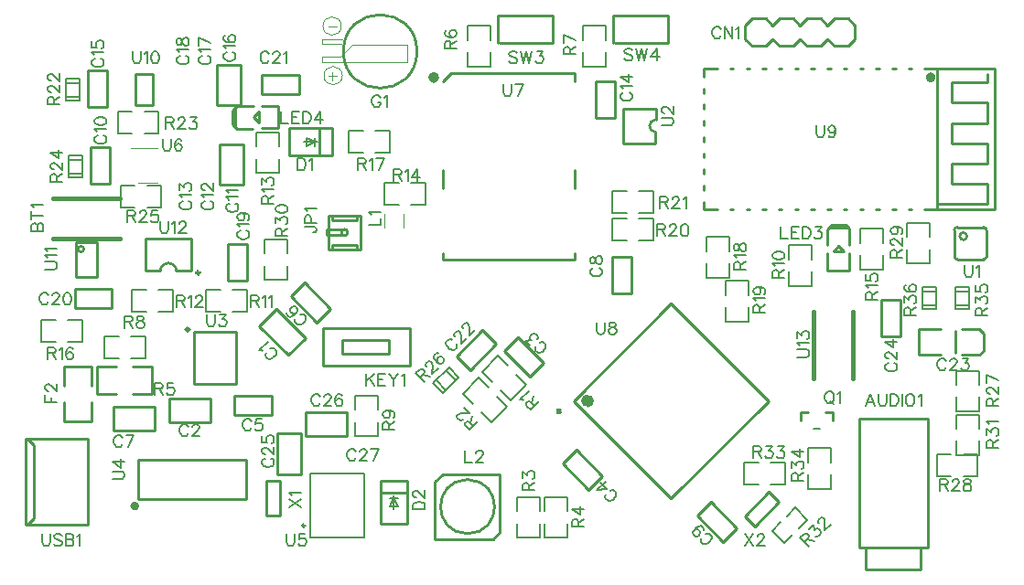
<source format=gto>
G04 ---------------------------- Layer name :TOP SILK LAYER*
G04 EasyEDA v5.8.22, Fri, 11 Jan 2019 07:15:20 GMT*
G04 170914981c5c4845b78ce8edf15725af*
G04 Gerber Generator version 0.2*
G04 Scale: 100 percent, Rotated: No, Reflected: No *
G04 Dimensions in millimeters *
G04 leading zeros omitted , absolute positions ,3 integer and 3 decimal *
%FSLAX33Y33*%
%MOMM*%
G90*
G71D02*

%ADD10C,0.254000*%
%ADD13C,0.599999*%
%ADD14C,0.399999*%
%ADD66C,0.381000*%
%ADD67C,0.228600*%
%ADD68C,0.129032*%
%ADD69C,0.200000*%
%ADD70C,0.199898*%
%ADD71C,0.127000*%
%ADD72C,0.200660*%
%ADD73C,0.101600*%
%ADD74C,0.119990*%
%ADD75C,0.100000*%
%ADD76C,0.508000*%
%ADD77C,0.248920*%
%ADD78C,0.299999*%
%ADD79C,0.177800*%

%LPD*%
G54D66*
G01X76525Y22148D02*
G01X76525Y15951D01*
G01X72826Y15951D02*
G01X72826Y22148D01*
G54D10*
G01X68453Y46736D02*
G01X67183Y46736D01*
G01X67183Y46736D02*
G01X66548Y47371D01*
G01X66548Y48641D02*
G01X67183Y49276D01*
G01X71628Y47371D02*
G01X70993Y46736D01*
G01X70993Y46736D02*
G01X69723Y46736D01*
G01X69723Y46736D02*
G01X69088Y47371D01*
G01X69088Y48641D02*
G01X69723Y49276D01*
G01X69723Y49276D02*
G01X70993Y49276D01*
G01X70993Y49276D02*
G01X71628Y48641D01*
G01X68453Y46736D02*
G01X69088Y47371D01*
G01X69088Y48641D02*
G01X68453Y49276D01*
G01X67183Y49276D02*
G01X68453Y49276D01*
G01X76073Y46736D02*
G01X74803Y46736D01*
G01X74803Y46736D02*
G01X74168Y47371D01*
G01X74168Y48641D02*
G01X74803Y49276D01*
G01X74168Y47371D02*
G01X73533Y46736D01*
G01X73533Y46736D02*
G01X72263Y46736D01*
G01X72263Y46736D02*
G01X71628Y47371D01*
G01X71628Y48641D02*
G01X72263Y49276D01*
G01X72263Y49276D02*
G01X73533Y49276D01*
G01X73533Y49276D02*
G01X74168Y48641D01*
G01X76708Y47371D02*
G01X76708Y48641D01*
G01X76073Y46736D02*
G01X76708Y47371D01*
G01X76708Y48641D02*
G01X76073Y49276D01*
G01X74803Y49276D02*
G01X76073Y49276D01*
G01X66548Y47371D02*
G01X66548Y48641D01*
G54D67*
G01X80909Y23202D02*
G01X80909Y19801D01*
G01X79110Y19801D01*
G01X79110Y23202D01*
G01X80909Y23202D01*
G54D68*
G01X85968Y24013D02*
G01X87259Y24013D01*
G01X85968Y22722D02*
G01X87233Y22722D01*
G01X85968Y22336D02*
G01X85968Y24399D01*
G01X85968Y24399D02*
G01X87259Y24399D01*
G01X87259Y24399D02*
G01X87259Y22336D01*
G01X87259Y22336D02*
G01X85968Y22336D01*
G01X82920Y24013D02*
G01X84211Y24013D01*
G01X82920Y22722D02*
G01X84185Y22722D01*
G01X82920Y22336D02*
G01X82920Y24399D01*
G01X82920Y24399D02*
G01X84211Y24399D01*
G01X84211Y24399D02*
G01X84211Y22336D01*
G01X84211Y22336D02*
G01X82920Y22336D01*
G54D10*
G01X83464Y254D02*
G01X83464Y12252D01*
G01X77063Y254D02*
G01X77063Y12252D01*
G01X83464Y254D02*
G01X77063Y254D01*
G01X83464Y12252D02*
G01X77063Y12252D01*
G01X82804Y-1778D02*
G01X82804Y254D01*
G01X77724Y-1778D02*
G01X77724Y254D01*
G01X82804Y-1778D02*
G01X77724Y-1778D01*
G01X73952Y12842D02*
G01X74612Y12842D01*
G01X73952Y12842D01*
G01X74612Y12842D01*
G01X74612Y12026D01*
G01X71691Y12026D02*
G01X71691Y12842D01*
G01X72351Y12842D01*
G54D69*
G01X72852Y11292D02*
G01X73451Y11292D01*
G54D70*
G01X74442Y8173D02*
G01X74442Y9494D01*
G01X72372Y9494D01*
G01X72372Y8173D01*
G01X74442Y7043D02*
G01X74442Y5722D01*
G01X72372Y5722D01*
G01X72372Y7043D01*
G54D67*
G01X25483Y10855D02*
G01X25483Y7056D01*
G01X23284Y7056D01*
G01X23284Y10855D01*
G01X25483Y10855D01*
G54D10*
G01X37846Y1061D02*
G01X43200Y1061D01*
G01X43845Y1706D01*
G01X43845Y7061D01*
G01X38557Y7061D01*
G01X37846Y6350D01*
G01X37846Y1061D01*
G54D71*
G01X34036Y3843D02*
G01X34036Y5113D01*
G01X34036Y4097D02*
G01X34417Y4097D01*
G01X34417Y4097D02*
G01X34036Y4859D01*
G01X34036Y4859D02*
G01X34417Y4859D01*
G01X34036Y4097D02*
G01X33655Y4097D01*
G01X33655Y4097D02*
G01X34036Y4859D01*
G01X34036Y4859D02*
G01X33655Y4859D01*
G54D10*
G01X32786Y6477D02*
G01X35285Y6477D01*
G01X35285Y6477D02*
G01X35285Y2479D01*
G01X35285Y2479D02*
G01X32786Y2479D01*
G01X32786Y2479D02*
G01X32786Y6477D01*
G01X32791Y5334D02*
G01X35280Y5334D01*
G54D72*
G01X26329Y1170D02*
G01X31328Y1170D01*
G01X26329Y1170D02*
G01X26329Y7170D01*
G01X26329Y7170D02*
G01X31328Y7170D01*
G01X31328Y1170D02*
G01X31328Y7170D01*
G54D67*
G01X29651Y10584D02*
G01X25852Y10584D01*
G01X25852Y12783D01*
G01X29651Y12783D01*
G01X29651Y10584D01*
G01X45501Y19778D02*
G01X47904Y17376D01*
G01X46631Y16103D01*
G01X44229Y18506D01*
G01X45501Y19778D01*
G01X52034Y5621D02*
G01X49631Y8023D01*
G01X50904Y9296D01*
G01X53306Y6893D01*
G01X52034Y5621D01*
G01X54218Y23787D02*
G01X54218Y27188D01*
G01X56017Y27188D01*
G01X56017Y23787D01*
G01X54218Y23787D01*
G01X64480Y795D02*
G01X62077Y3197D01*
G01X63350Y4470D01*
G01X65752Y2067D01*
G01X64480Y795D01*
G54D69*
G01X70375Y3182D02*
G01X71155Y3959D01*
G01X72285Y2829D01*
G01X71508Y2049D01*
G01X69811Y2616D02*
G01X69032Y1838D01*
G01X69740Y1130D01*
G01X70164Y706D01*
G01X70942Y1485D01*
G54D70*
G01X68882Y6075D02*
G01X70200Y6075D01*
G01X70200Y8145D01*
G01X68882Y8145D01*
G01X67749Y6075D02*
G01X66428Y6075D01*
G01X66428Y8145D01*
G01X67749Y8145D01*
G01X88158Y11269D02*
G01X88158Y12590D01*
G01X86088Y12590D01*
G01X86088Y11269D01*
G01X88158Y10139D02*
G01X88158Y8818D01*
G01X86088Y8818D01*
G01X86088Y10139D01*
G01X44579Y17081D02*
G01X43644Y18016D01*
G01X42181Y16553D01*
G01X43116Y15618D01*
G01X45379Y16281D02*
G01X46311Y15349D01*
G01X44848Y13886D01*
G01X43916Y14818D01*
G01X42801Y15049D02*
G01X41866Y15984D01*
G01X40403Y14521D01*
G01X41338Y13586D01*
G01X43601Y14249D02*
G01X44533Y13317D01*
G01X43070Y11854D01*
G01X42138Y12786D01*
G01X45448Y2491D02*
G01X45448Y1173D01*
G01X47518Y1173D01*
G01X47518Y2491D01*
G01X45448Y3624D02*
G01X45448Y4945D01*
G01X47518Y4945D01*
G01X47518Y3624D01*
G01X47988Y2491D02*
G01X47988Y1173D01*
G01X50058Y1173D01*
G01X50058Y2491D01*
G01X47988Y3624D02*
G01X47988Y4945D01*
G01X50058Y4945D01*
G01X50058Y3624D01*
G54D10*
G01X8382Y17018D02*
G01X6604Y17018D01*
G01X6604Y14478D01*
G01X8382Y14478D01*
G01X9906Y14478D02*
G01X11684Y14478D01*
G01X11684Y17018D01*
G01X9906Y17018D01*
G54D66*
G01X8686Y28884D02*
G01X2489Y28884D01*
G01X2489Y32583D02*
G01X8686Y32583D01*
G54D70*
G01X9700Y17759D02*
G01X11018Y17759D01*
G01X11018Y19829D01*
G01X9700Y19829D01*
G01X8567Y17759D02*
G01X7246Y17759D01*
G01X7246Y19829D01*
G01X8567Y19829D01*
G54D67*
G01X22694Y12562D02*
G01X19293Y12562D01*
G01X19293Y14361D01*
G01X22694Y14361D01*
G01X22694Y12562D01*
G01X11871Y11092D02*
G01X8072Y11092D01*
G01X8072Y13291D01*
G01X11871Y13291D01*
G01X11871Y11092D01*
G54D70*
G01X30462Y11889D02*
G01X30462Y10571D01*
G01X32532Y10571D01*
G01X32532Y11889D01*
G01X30462Y13022D02*
G01X30462Y14343D01*
G01X32532Y14343D01*
G01X32532Y13022D01*
G01X72664Y26969D02*
G01X72664Y28290D01*
G01X70594Y28290D01*
G01X70594Y26969D01*
G01X72664Y25839D02*
G01X72664Y24518D01*
G01X70594Y24518D01*
G01X70594Y25839D01*
G54D67*
G01X7757Y37350D02*
G01X7757Y33949D01*
G01X5958Y33949D01*
G01X5958Y37350D01*
G01X7757Y37350D01*
G01X17950Y33848D02*
G01X17950Y37647D01*
G01X20149Y37647D01*
G01X20149Y33848D01*
G01X17950Y33848D01*
G54D10*
G01X55255Y40921D02*
G01X58254Y40921D01*
G01X55255Y37724D02*
G01X58242Y37724D01*
G01X55255Y40921D02*
G01X55255Y37724D01*
G01X58267Y40919D02*
G01X58267Y39903D01*
G01X58242Y37719D02*
G01X58242Y38770D01*
G54D70*
G01X17988Y24147D02*
G01X16667Y24147D01*
G01X16667Y22077D01*
G01X17988Y22077D01*
G01X19118Y24147D02*
G01X20439Y24147D01*
G01X20439Y22077D01*
G01X19118Y22077D01*
G54D10*
G01X21762Y39116D02*
G01X23312Y39116D01*
G01X23312Y41148D01*
G01X21762Y41148D01*
G01X20975Y39090D02*
G01X19502Y39090D01*
G01X19095Y39497D01*
G01X19095Y40767D01*
G01X19476Y41148D01*
G01X21000Y41148D01*
G01X21536Y39631D02*
G01X21536Y40632D01*
G01X21536Y40632D01*
G01X21036Y40132D01*
G01X21036Y40132D01*
G01X21536Y39631D01*
G01X19337Y39331D02*
G01X19337Y40932D01*
G54D70*
G01X21318Y36273D02*
G01X21318Y34955D01*
G01X23388Y34955D01*
G01X23388Y36273D01*
G01X21318Y37406D02*
G01X21318Y38727D01*
G01X23388Y38727D01*
G01X23388Y37406D01*
G01X35608Y31983D02*
G01X36926Y31983D01*
G01X36926Y34053D01*
G01X35608Y34053D01*
G01X34475Y31983D02*
G01X33154Y31983D01*
G01X33154Y34053D01*
G01X34475Y34053D01*
G54D10*
G01X74168Y27513D02*
G01X74168Y25963D01*
G01X76200Y25963D01*
G01X76200Y27513D01*
G01X74142Y28300D02*
G01X74142Y29773D01*
G01X74549Y30180D01*
G01X75819Y30180D01*
G01X76200Y29799D01*
G01X76200Y28275D01*
G01X74683Y27739D02*
G01X75684Y27739D01*
G01X75684Y27739D01*
G01X75184Y28239D01*
G01X75184Y28239D01*
G01X74683Y27739D01*
G01X74383Y29938D02*
G01X75984Y29938D01*
G54D67*
G01X17696Y41214D02*
G01X17696Y45013D01*
G01X19895Y45013D01*
G01X19895Y41214D01*
G01X17696Y41214D01*
G01X18658Y24980D02*
G01X18658Y28381D01*
G01X20457Y28381D01*
G01X20457Y24980D01*
G01X18658Y24980D01*
G54D70*
G01X11130Y24147D02*
G01X9809Y24147D01*
G01X9809Y22077D01*
G01X11130Y22077D01*
G01X12260Y24147D02*
G01X13581Y24147D01*
G01X13581Y22077D01*
G01X12260Y22077D01*
G01X3858Y19283D02*
G01X5176Y19283D01*
G01X5176Y21353D01*
G01X3858Y21353D01*
G01X2725Y19283D02*
G01X1404Y19283D01*
G01X1404Y21353D01*
G01X2725Y21353D01*
G54D73*
G01X29166Y46929D02*
G01X27365Y46929D01*
G01X29265Y47327D02*
G01X27365Y47327D01*
G01X27365Y46929D02*
G01X27365Y47327D01*
G01X27365Y45227D02*
G01X27365Y45628D01*
G01X27365Y45227D02*
G01X35265Y45227D01*
G01X35265Y46827D01*
G01X30165Y46827D01*
G01X29065Y45727D01*
G01X27365Y45727D01*
G54D71*
G01X25687Y37846D02*
G01X26957Y37846D01*
G01X25941Y37846D02*
G01X25941Y37465D01*
G01X25941Y37465D02*
G01X26703Y37846D01*
G01X26703Y37846D02*
G01X26703Y37465D01*
G01X25941Y37846D02*
G01X25941Y38227D01*
G01X25941Y38227D02*
G01X26703Y37846D01*
G01X26703Y37846D02*
G01X26703Y38227D01*
G54D10*
G01X28321Y39095D02*
G01X28321Y36596D01*
G01X28321Y36596D02*
G01X24323Y36596D01*
G01X24323Y36596D02*
G01X24323Y39095D01*
G01X24323Y39095D02*
G01X28321Y39095D01*
G01X27178Y39090D02*
G01X27178Y36601D01*
G54D70*
G01X31196Y38879D02*
G01X29875Y38879D01*
G01X29875Y36809D01*
G01X31196Y36809D01*
G01X32326Y38879D02*
G01X33647Y38879D01*
G01X33647Y36809D01*
G01X32326Y36809D01*
G54D67*
G01X25234Y42280D02*
G01X21833Y42280D01*
G01X21833Y44079D01*
G01X25234Y44079D01*
G01X25234Y42280D01*
G54D10*
G01X6096Y15240D02*
G01X6096Y17018D01*
G01X3556Y17018D01*
G01X3556Y15240D01*
G01X3556Y13716D02*
G01X3556Y11938D01*
G01X6096Y11938D01*
G01X6096Y13716D01*
G54D70*
G01X65044Y27731D02*
G01X65044Y29052D01*
G01X62974Y29052D01*
G01X62974Y27731D01*
G01X65044Y26601D02*
G01X65044Y25280D01*
G01X62974Y25280D01*
G01X62974Y26601D01*
G01X66822Y23667D02*
G01X66822Y24988D01*
G01X64752Y24988D01*
G01X64752Y23667D01*
G01X66822Y22537D02*
G01X66822Y21216D01*
G01X64752Y21216D01*
G01X64752Y22537D01*
G01X55580Y30751D02*
G01X54259Y30751D01*
G01X54259Y28681D01*
G01X55580Y28681D01*
G01X56710Y30751D02*
G01X58031Y30751D01*
G01X58031Y28681D01*
G01X56710Y28681D01*
G01X55580Y33291D02*
G01X54259Y33291D01*
G01X54259Y31221D01*
G01X55580Y31221D01*
G01X56710Y33291D02*
G01X58031Y33291D01*
G01X58031Y31221D01*
G01X56710Y31221D01*
G54D10*
G01X27965Y27914D02*
G01X27965Y31013D01*
G01X27965Y31013D02*
G01X30965Y31013D01*
G01X27965Y27914D02*
G01X30965Y27914D01*
G01X30965Y27914D02*
G01X30965Y31013D01*
G01X29324Y29194D02*
G01X27785Y29194D01*
G01X27785Y29712D01*
G01X29283Y29712D01*
G01X28364Y27924D02*
G01X28354Y27914D01*
G01X28354Y28303D01*
G01X30604Y28303D01*
G01X30604Y27914D01*
G01X30581Y30980D02*
G01X30591Y30990D01*
G01X30591Y30599D01*
G01X28341Y30599D01*
G01X28341Y30990D01*
G54D68*
G01X3672Y43317D02*
G01X4963Y43317D01*
G01X3672Y42026D02*
G01X4937Y42026D01*
G01X3672Y41640D02*
G01X3672Y43703D01*
G01X3672Y43703D02*
G01X4963Y43703D01*
G01X4963Y43703D02*
G01X4963Y41640D01*
G01X4963Y41640D02*
G01X3672Y41640D01*
G54D70*
G01X9812Y40657D02*
G01X8491Y40657D01*
G01X8491Y38587D01*
G01X9812Y38587D01*
G01X10942Y40657D02*
G01X12263Y40657D01*
G01X12263Y38587D01*
G01X10942Y38587D01*
G54D68*
G01X3926Y36205D02*
G01X5217Y36205D01*
G01X3926Y34914D02*
G01X5191Y34914D01*
G01X3926Y34528D02*
G01X3926Y36591D01*
G01X3926Y36591D02*
G01X5217Y36591D01*
G01X5217Y36591D02*
G01X5217Y34528D01*
G01X5217Y34528D02*
G01X3926Y34528D01*
G54D70*
G01X10066Y33799D02*
G01X8745Y33799D01*
G01X8745Y31729D01*
G01X10066Y31729D01*
G01X11196Y33799D02*
G01X12517Y33799D01*
G01X12517Y31729D01*
G01X11196Y31729D01*
G01X86710Y6837D02*
G01X88028Y6837D01*
G01X88028Y8907D01*
G01X86710Y8907D01*
G01X85577Y6837D02*
G01X84256Y6837D01*
G01X84256Y8907D01*
G01X85577Y8907D01*
G01X81516Y27891D02*
G01X81516Y26573D01*
G01X83586Y26573D01*
G01X83586Y27891D01*
G01X81516Y29024D02*
G01X81516Y30345D01*
G01X83586Y30345D01*
G01X83586Y29024D01*
G54D74*
G01X34914Y31140D02*
G01X34914Y29941D01*
G01X33157Y29941D02*
G01X33157Y31140D01*
G54D67*
G01X39832Y17990D02*
G01X42235Y20393D01*
G01X43507Y19121D01*
G01X41104Y16718D01*
G01X39832Y17990D01*
G54D10*
G01X84607Y18110D02*
G01X82600Y18110D01*
G01X82600Y18110D02*
G01X82600Y20497D01*
G01X82600Y20497D02*
G01X84607Y20497D01*
G01X86588Y18110D02*
G01X88188Y18110D01*
G01X88188Y18110D02*
G01X88595Y18516D01*
G01X88595Y18516D02*
G01X88595Y20091D01*
G01X88595Y20091D02*
G01X88188Y20497D01*
G01X88188Y20497D02*
G01X86588Y20497D01*
G01X85979Y20320D02*
G01X85979Y18288D01*
G01X23510Y6426D02*
G01X23510Y3225D01*
G01X22209Y3225D02*
G01X23510Y3225D01*
G01X22209Y3225D02*
G01X22209Y6426D01*
G01X23510Y6426D02*
G01X22209Y6426D01*
G01X69662Y4480D02*
G01X67401Y2219D01*
G01X66481Y3139D02*
G01X67401Y2219D01*
G01X66481Y3139D02*
G01X68742Y5400D01*
G01X69662Y4480D02*
G01X68742Y5400D01*
G54D67*
G01X13274Y14053D02*
G01X17073Y14053D01*
G01X17073Y11854D01*
G01X13274Y11854D01*
G01X13274Y14053D01*
G01X24277Y18107D02*
G01X21590Y20794D01*
G01X23147Y22352D01*
G01X25834Y19664D01*
G01X24277Y18107D01*
G54D10*
G01X11734Y41249D02*
G01X10109Y41249D01*
G01X10109Y44094D02*
G01X11734Y44094D01*
G01X11734Y43205D02*
G01X11734Y42138D01*
G01X10109Y43103D02*
G01X10109Y43205D01*
G01X10109Y42138D02*
G01X10109Y42240D01*
G01X10109Y43992D02*
G01X10109Y44094D01*
G01X10109Y41249D02*
G01X10109Y41351D01*
G01X11734Y41351D02*
G01X11734Y41249D01*
G01X11734Y44094D02*
G01X11734Y43992D01*
G01X10109Y41249D02*
G01X10109Y44094D01*
G01X11734Y44094D02*
G01X11734Y41833D01*
G01X11734Y41249D01*
G54D67*
G01X26888Y21115D02*
G01X24485Y23517D01*
G01X25758Y24790D01*
G01X28160Y22387D01*
G01X26888Y21115D01*
G54D70*
G01X22080Y26367D02*
G01X22080Y25049D01*
G01X24150Y25049D01*
G01X24150Y26367D01*
G01X22080Y27500D02*
G01X22080Y28821D01*
G01X24150Y28821D01*
G01X24150Y27500D01*
G54D10*
G01X15595Y20269D02*
G01X19456Y20269D01*
G01X15570Y15392D02*
G01X19456Y15392D01*
G01X15570Y20269D02*
G01X15570Y15392D01*
G01X19456Y20269D02*
G01X19456Y15392D01*
G01X5722Y2349D02*
G01X-17Y2349D01*
G01X5732Y2349D02*
G01X5732Y10350D01*
G01X5732Y10350D02*
G01X-7Y10350D01*
G01X-27Y2349D02*
G01X-27Y10350D01*
G01X683Y2959D02*
G01X683Y9730D01*
G01X-27Y2369D02*
G01X91Y2369D01*
G01X683Y2959D01*
G01X-7Y10320D02*
G01X91Y10320D01*
G01X683Y9730D01*
G01X10391Y8003D02*
G01X10391Y4749D01*
G01X20342Y4749D01*
G01X20342Y8432D01*
G01X10391Y8432D01*
G01X10391Y8003D01*
G01X50800Y33553D02*
G01X50800Y35204D01*
G01X38608Y33553D02*
G01X38608Y35204D01*
G01X50800Y27559D02*
G01X50800Y26924D01*
G01X38608Y26924D01*
G01X38608Y27559D01*
G01X50800Y43434D02*
G01X50800Y44196D01*
G01X39370Y44196D01*
G01X38608Y43434D01*
G01X6578Y26924D02*
G01X6578Y28524D01*
G01X6578Y28524D02*
G01X5588Y28524D01*
G01X6578Y26924D02*
G01X6578Y25323D01*
G01X6578Y25323D02*
G01X5588Y25323D01*
G01X5588Y25323D02*
G01X4597Y25323D01*
G01X4597Y25323D02*
G01X4597Y26924D01*
G01X5588Y28524D02*
G01X4597Y28524D01*
G01X4597Y28524D02*
G01X4597Y26924D01*
G01X15316Y25933D02*
G01X15316Y28905D01*
G01X15316Y28905D02*
G01X15316Y28930D01*
G01X11049Y28930D01*
G01X11049Y25908D01*
G01X15316Y25908D02*
G01X13919Y25908D01*
G01X12446Y25908D02*
G01X11049Y25908D01*
G01X85877Y27203D02*
G01X85877Y29667D01*
G01X88849Y29667D02*
G01X88849Y27203D01*
G01X88595Y29921D02*
G01X86156Y29921D01*
G01X86131Y26974D02*
G01X88595Y26974D01*
G01X33596Y18296D02*
G01X33596Y18196D01*
G01X29296Y18196D01*
G01X29296Y19496D01*
G01X33596Y19496D01*
G01X33596Y18296D01*
G01X31498Y17094D02*
G01X27497Y17094D01*
G01X27497Y20594D01*
G01X35498Y20594D01*
G01X35498Y17094D01*
G01X31498Y17094D01*
G01X43800Y46990D02*
G01X48768Y46990D01*
G01X43688Y49530D02*
G01X48768Y49530D01*
G01X43688Y49530D02*
G01X43688Y46990D01*
G01X48768Y49530D02*
G01X48770Y47046D01*
G54D67*
G01X54493Y43445D02*
G01X54493Y40045D01*
G01X52694Y40045D01*
G01X52694Y43445D01*
G01X54493Y43445D01*
G01X7503Y44461D02*
G01X7503Y41061D01*
G01X5704Y41061D01*
G01X5704Y44461D01*
G01X7503Y44461D01*
G01X7961Y22468D02*
G01X4561Y22468D01*
G01X4561Y24267D01*
G01X7961Y24267D01*
G01X7961Y22468D01*
G54D74*
G01X10359Y34016D02*
G01X12159Y34016D01*
G01X12159Y37235D02*
G01X9710Y37235D01*
G54D10*
G01X54468Y46990D02*
G01X59436Y46990D01*
G01X54356Y49530D02*
G01X59436Y49530D01*
G01X54356Y49530D02*
G01X54356Y46990D01*
G01X59436Y49530D02*
G01X59438Y47046D01*
G01X59654Y22870D02*
G01X50638Y13854D01*
G01X59654Y4839D01*
G01X68669Y13854D01*
G01X59654Y22870D01*
G54D70*
G01X42945Y47290D02*
G01X42945Y48611D01*
G01X40874Y48611D01*
G01X40874Y47290D01*
G01X42945Y46158D02*
G01X42945Y44838D01*
G01X40874Y44838D01*
G01X40874Y46158D01*
G01X53613Y47290D02*
G01X53613Y48611D01*
G01X51542Y48611D01*
G01X51542Y47290D01*
G01X53613Y46158D02*
G01X53613Y44838D01*
G01X51542Y44838D01*
G01X51542Y46158D01*
G01X79267Y28494D02*
G01X79267Y29815D01*
G01X77196Y29815D01*
G01X77196Y28494D01*
G01X79267Y27362D02*
G01X79267Y26042D01*
G01X77196Y26042D01*
G01X77196Y27362D01*
G01X88157Y15335D02*
G01X88157Y16655D01*
G01X86086Y16655D01*
G01X86086Y15335D01*
G01X88157Y14203D02*
G01X88157Y12883D01*
G01X86086Y12883D01*
G01X86086Y14203D01*
G54D68*
G01X38862Y16660D02*
G01X39774Y15748D01*
G01X37949Y15748D02*
G01X38844Y14853D01*
G01X37676Y15475D02*
G01X39134Y16933D01*
G01X39134Y16933D02*
G01X40047Y16020D01*
G01X40047Y16020D02*
G01X38589Y14562D01*
G01X38589Y14562D02*
G01X37676Y15475D01*
G54D10*
G01X83134Y44602D02*
G01X84328Y44602D01*
G01X89636Y44602D01*
G01X89636Y31597D01*
G01X84328Y31597D01*
G01X84328Y44602D01*
G01X84480Y32105D02*
G01X88976Y32105D01*
G01X88976Y33985D01*
G01X85623Y33985D01*
G01X85623Y35839D01*
G01X88976Y35839D01*
G01X88976Y37719D01*
G01X85623Y37719D01*
G01X85623Y39598D01*
G01X88976Y39598D01*
G01X88976Y41478D01*
G01X85623Y41478D01*
G01X85623Y43357D01*
G01X88976Y43357D01*
G01X88976Y44094D01*
G01X62738Y32308D02*
G01X62738Y31597D01*
G01X63931Y31597D01*
G01X65125Y31597D02*
G01X65430Y31597D01*
G01X66649Y31597D02*
G01X66929Y31597D01*
G01X68148Y31597D02*
G01X68427Y31597D01*
G01X69646Y31597D02*
G01X69926Y31597D01*
G01X71145Y31597D02*
G01X71450Y31597D01*
G01X72644Y31597D02*
G01X72948Y31597D01*
G01X74142Y31597D02*
G01X74447Y31597D01*
G01X75641Y31597D02*
G01X75946Y31597D01*
G01X77139Y31597D02*
G01X77444Y31597D01*
G01X78638Y31597D02*
G01X78943Y31597D01*
G01X80137Y31597D02*
G01X80441Y31597D01*
G01X81635Y31597D02*
G01X81940Y31597D01*
G01X83134Y31597D02*
G01X84328Y31597D01*
G01X81635Y44602D02*
G01X81940Y44602D01*
G01X80137Y44602D02*
G01X80441Y44602D01*
G01X78638Y44602D02*
G01X78943Y44602D01*
G01X77139Y44602D02*
G01X77444Y44602D01*
G01X75641Y44602D02*
G01X75946Y44602D01*
G01X74142Y44602D02*
G01X74447Y44602D01*
G01X72644Y44602D02*
G01X72948Y44602D01*
G01X71145Y44602D02*
G01X71450Y44602D01*
G01X69646Y44602D02*
G01X69926Y44602D01*
G01X68148Y44602D02*
G01X68427Y44602D01*
G01X66649Y44602D02*
G01X66929Y44602D01*
G01X65125Y44602D02*
G01X65430Y44602D01*
G01X63931Y44602D02*
G01X62738Y44602D01*
G01X62738Y43891D01*
G01X62738Y42799D02*
G01X62738Y42392D01*
G01X62738Y41300D02*
G01X62738Y40894D01*
G01X62738Y39801D02*
G01X62738Y39395D01*
G01X62738Y38303D02*
G01X62738Y37896D01*
G01X62738Y36804D02*
G01X62738Y36398D01*
G01X62738Y35306D02*
G01X62738Y34899D01*
G01X62738Y33807D02*
G01X62738Y33401D01*
G54D79*
G01X71374Y17919D02*
G01X72151Y17919D01*
G01X72308Y17970D01*
G01X72412Y18074D01*
G01X72463Y18232D01*
G01X72463Y18336D01*
G01X72412Y18491D01*
G01X72308Y18595D01*
G01X72151Y18646D01*
G01X71374Y18646D01*
G01X71579Y18989D02*
G01X71528Y19093D01*
G01X71374Y19250D01*
G01X72463Y19250D01*
G01X71374Y19697D02*
G01X71374Y20269D01*
G01X71788Y19956D01*
G01X71788Y20111D01*
G01X71841Y20215D01*
G01X71892Y20269D01*
G01X72047Y20319D01*
G01X72151Y20319D01*
G01X72308Y20269D01*
G01X72412Y20165D01*
G01X72463Y20007D01*
G01X72463Y19852D01*
G01X72412Y19697D01*
G01X72359Y19644D01*
G01X72255Y19593D01*
G01X64279Y48254D02*
G01X64226Y48359D01*
G01X64122Y48463D01*
G01X64020Y48514D01*
G01X63812Y48514D01*
G01X63708Y48463D01*
G01X63604Y48359D01*
G01X63550Y48254D01*
G01X63500Y48099D01*
G01X63500Y47840D01*
G01X63550Y47683D01*
G01X63604Y47579D01*
G01X63708Y47475D01*
G01X63812Y47424D01*
G01X64020Y47424D01*
G01X64122Y47475D01*
G01X64226Y47579D01*
G01X64279Y47683D01*
G01X64622Y48514D02*
G01X64622Y47424D01*
G01X64622Y48514D02*
G01X65349Y47424D01*
G01X65349Y48514D02*
G01X65349Y47424D01*
G01X65692Y48308D02*
G01X65796Y48359D01*
G01X65951Y48514D01*
G01X65951Y47424D01*
G01X79761Y17365D02*
G01X79656Y17312D01*
G01X79552Y17208D01*
G01X79502Y17106D01*
G01X79502Y16898D01*
G01X79552Y16794D01*
G01X79656Y16690D01*
G01X79761Y16637D01*
G01X79916Y16586D01*
G01X80175Y16586D01*
G01X80332Y16637D01*
G01X80436Y16690D01*
G01X80540Y16794D01*
G01X80591Y16898D01*
G01X80591Y17106D01*
G01X80540Y17208D01*
G01X80436Y17312D01*
G01X80332Y17365D01*
G01X79761Y17759D02*
G01X79707Y17759D01*
G01X79603Y17813D01*
G01X79552Y17863D01*
G01X79502Y17967D01*
G01X79502Y18176D01*
G01X79552Y18280D01*
G01X79603Y18331D01*
G01X79707Y18384D01*
G01X79811Y18384D01*
G01X79916Y18331D01*
G01X80073Y18227D01*
G01X80591Y17708D01*
G01X80591Y18435D01*
G01X79502Y19298D02*
G01X80228Y18778D01*
G01X80228Y19558D01*
G01X79502Y19298D02*
G01X80591Y19298D01*
G01X87884Y21770D02*
G01X88973Y21770D01*
G01X87884Y21770D02*
G01X87884Y22237D01*
G01X87934Y22392D01*
G01X87985Y22445D01*
G01X88089Y22496D01*
G01X88193Y22496D01*
G01X88298Y22445D01*
G01X88351Y22392D01*
G01X88402Y22237D01*
G01X88402Y21770D01*
G01X88402Y22133D02*
G01X88973Y22496D01*
G01X87884Y22943D02*
G01X87884Y23515D01*
G01X88298Y23205D01*
G01X88298Y23360D01*
G01X88351Y23464D01*
G01X88402Y23515D01*
G01X88557Y23568D01*
G01X88661Y23568D01*
G01X88818Y23515D01*
G01X88922Y23411D01*
G01X88973Y23256D01*
G01X88973Y23101D01*
G01X88922Y22943D01*
G01X88869Y22893D01*
G01X88765Y22839D01*
G01X87884Y24533D02*
G01X87884Y24015D01*
G01X88351Y23962D01*
G01X88298Y24015D01*
G01X88247Y24170D01*
G01X88247Y24325D01*
G01X88298Y24483D01*
G01X88402Y24587D01*
G01X88557Y24638D01*
G01X88661Y24638D01*
G01X88818Y24587D01*
G01X88922Y24483D01*
G01X88973Y24325D01*
G01X88973Y24170D01*
G01X88922Y24015D01*
G01X88869Y23962D01*
G01X88765Y23911D01*
G01X81280Y21821D02*
G01X82369Y21821D01*
G01X81280Y21821D02*
G01X81280Y22288D01*
G01X81330Y22443D01*
G01X81381Y22496D01*
G01X81485Y22547D01*
G01X81589Y22547D01*
G01X81694Y22496D01*
G01X81747Y22443D01*
G01X81798Y22288D01*
G01X81798Y21821D01*
G01X81798Y22184D02*
G01X82369Y22547D01*
G01X81280Y22994D02*
G01X81280Y23566D01*
G01X81694Y23256D01*
G01X81694Y23411D01*
G01X81747Y23515D01*
G01X81798Y23566D01*
G01X81953Y23619D01*
G01X82057Y23619D01*
G01X82214Y23566D01*
G01X82318Y23461D01*
G01X82369Y23307D01*
G01X82369Y23152D01*
G01X82318Y22994D01*
G01X82265Y22943D01*
G01X82161Y22890D01*
G01X81434Y24584D02*
G01X81330Y24533D01*
G01X81280Y24376D01*
G01X81280Y24272D01*
G01X81330Y24117D01*
G01X81485Y24013D01*
G01X81747Y23962D01*
G01X82006Y23962D01*
G01X82214Y24013D01*
G01X82318Y24117D01*
G01X82369Y24272D01*
G01X82369Y24325D01*
G01X82318Y24480D01*
G01X82214Y24584D01*
G01X82057Y24637D01*
G01X82006Y24637D01*
G01X81851Y24584D01*
G01X81747Y24480D01*
G01X81694Y24325D01*
G01X81694Y24272D01*
G01X81747Y24117D01*
G01X81851Y24013D01*
G01X82006Y23962D01*
G01X78140Y14478D02*
G01X77723Y13388D01*
G01X78140Y14478D02*
G01X78554Y13388D01*
G01X77878Y13751D02*
G01X78399Y13751D01*
G01X78897Y14478D02*
G01X78897Y13700D01*
G01X78950Y13543D01*
G01X79054Y13439D01*
G01X79209Y13388D01*
G01X79313Y13388D01*
G01X79468Y13439D01*
G01X79573Y13543D01*
G01X79626Y13700D01*
G01X79626Y14478D01*
G01X79969Y14478D02*
G01X79969Y13388D01*
G01X79969Y14478D02*
G01X80332Y14478D01*
G01X80487Y14427D01*
G01X80591Y14323D01*
G01X80644Y14218D01*
G01X80695Y14063D01*
G01X80695Y13804D01*
G01X80644Y13647D01*
G01X80591Y13543D01*
G01X80487Y13439D01*
G01X80332Y13388D01*
G01X79969Y13388D01*
G01X81038Y14478D02*
G01X81038Y13388D01*
G01X81693Y14478D02*
G01X81589Y14427D01*
G01X81485Y14323D01*
G01X81432Y14218D01*
G01X81381Y14063D01*
G01X81381Y13804D01*
G01X81432Y13647D01*
G01X81485Y13543D01*
G01X81589Y13439D01*
G01X81693Y13388D01*
G01X81902Y13388D01*
G01X82003Y13439D01*
G01X82107Y13543D01*
G01X82161Y13647D01*
G01X82212Y13804D01*
G01X82212Y14063D01*
G01X82161Y14218D01*
G01X82107Y14323D01*
G01X82003Y14427D01*
G01X81902Y14478D01*
G01X81693Y14478D01*
G01X82555Y14272D02*
G01X82659Y14323D01*
G01X82816Y14478D01*
G01X82816Y13388D01*
G01X74226Y14732D02*
G01X74122Y14681D01*
G01X74018Y14577D01*
G01X73964Y14472D01*
G01X73914Y14317D01*
G01X73914Y14058D01*
G01X73964Y13901D01*
G01X74018Y13797D01*
G01X74122Y13693D01*
G01X74226Y13642D01*
G01X74434Y13642D01*
G01X74536Y13693D01*
G01X74640Y13797D01*
G01X74693Y13901D01*
G01X74744Y14058D01*
G01X74744Y14317D01*
G01X74693Y14472D01*
G01X74640Y14577D01*
G01X74536Y14681D01*
G01X74434Y14732D01*
G01X74226Y14732D01*
G01X74381Y13850D02*
G01X74693Y13538D01*
G01X75087Y14526D02*
G01X75191Y14577D01*
G01X75349Y14732D01*
G01X75349Y13642D01*
G01X70866Y6477D02*
G01X71955Y6477D01*
G01X70866Y6477D02*
G01X70866Y6944D01*
G01X70916Y7099D01*
G01X70967Y7152D01*
G01X71071Y7203D01*
G01X71175Y7203D01*
G01X71280Y7152D01*
G01X71333Y7099D01*
G01X71384Y6944D01*
G01X71384Y6477D01*
G01X71384Y6840D02*
G01X71955Y7203D01*
G01X70866Y7650D02*
G01X70866Y8221D01*
G01X71280Y7912D01*
G01X71280Y8067D01*
G01X71333Y8171D01*
G01X71384Y8221D01*
G01X71539Y8275D01*
G01X71643Y8275D01*
G01X71800Y8221D01*
G01X71904Y8117D01*
G01X71955Y7962D01*
G01X71955Y7807D01*
G01X71904Y7650D01*
G01X71851Y7599D01*
G01X71747Y7546D01*
G01X70866Y9136D02*
G01X71592Y8618D01*
G01X71592Y9398D01*
G01X70866Y9136D02*
G01X71955Y9136D01*
G01X22103Y8526D02*
G01X21998Y8473D01*
G01X21894Y8369D01*
G01X21844Y8267D01*
G01X21844Y8059D01*
G01X21894Y7955D01*
G01X21998Y7851D01*
G01X22103Y7798D01*
G01X22258Y7747D01*
G01X22517Y7747D01*
G01X22674Y7798D01*
G01X22778Y7851D01*
G01X22882Y7955D01*
G01X22933Y8059D01*
G01X22933Y8267D01*
G01X22882Y8369D01*
G01X22778Y8473D01*
G01X22674Y8526D01*
G01X22103Y8920D02*
G01X22049Y8920D01*
G01X21945Y8974D01*
G01X21894Y9024D01*
G01X21844Y9128D01*
G01X21844Y9337D01*
G01X21894Y9441D01*
G01X21945Y9492D01*
G01X22049Y9545D01*
G01X22153Y9545D01*
G01X22258Y9492D01*
G01X22415Y9388D01*
G01X22933Y8869D01*
G01X22933Y9596D01*
G01X21844Y10564D02*
G01X21844Y10043D01*
G01X22311Y9992D01*
G01X22258Y10043D01*
G01X22207Y10198D01*
G01X22207Y10355D01*
G01X22258Y10510D01*
G01X22362Y10614D01*
G01X22517Y10668D01*
G01X22621Y10668D01*
G01X22778Y10614D01*
G01X22882Y10510D01*
G01X22933Y10355D01*
G01X22933Y10198D01*
G01X22882Y10043D01*
G01X22829Y9992D01*
G01X22725Y9939D01*
G01X40640Y9258D02*
G01X40640Y8168D01*
G01X40640Y8168D02*
G01X41262Y8168D01*
G01X41658Y8999D02*
G01X41658Y9052D01*
G01X41709Y9156D01*
G01X41762Y9207D01*
G01X41866Y9258D01*
G01X42075Y9258D01*
G01X42176Y9207D01*
G01X42230Y9156D01*
G01X42280Y9052D01*
G01X42280Y8948D01*
G01X42230Y8844D01*
G01X42125Y8686D01*
G01X41605Y8168D01*
G01X42334Y8168D01*
G01X35814Y3789D02*
G01X36903Y3789D01*
G01X35814Y3789D02*
G01X35814Y4152D01*
G01X35864Y4310D01*
G01X35968Y4411D01*
G01X36073Y4465D01*
G01X36228Y4516D01*
G01X36487Y4516D01*
G01X36644Y4465D01*
G01X36748Y4411D01*
G01X36852Y4310D01*
G01X36903Y4152D01*
G01X36903Y3789D01*
G01X36073Y4912D02*
G01X36019Y4912D01*
G01X35915Y4963D01*
G01X35864Y5016D01*
G01X35814Y5120D01*
G01X35814Y5326D01*
G01X35864Y5430D01*
G01X35915Y5483D01*
G01X36019Y5534D01*
G01X36123Y5534D01*
G01X36228Y5483D01*
G01X36385Y5379D01*
G01X36903Y4858D01*
G01X36903Y5587D01*
G01X24130Y1524D02*
G01X24130Y746D01*
G01X24180Y589D01*
G01X24284Y485D01*
G01X24442Y434D01*
G01X24546Y434D01*
G01X24701Y485D01*
G01X24805Y589D01*
G01X24856Y746D01*
G01X24856Y1524D01*
G01X25824Y1524D02*
G01X25303Y1524D01*
G01X25252Y1056D01*
G01X25303Y1109D01*
G01X25460Y1160D01*
G01X25615Y1160D01*
G01X25770Y1109D01*
G01X25874Y1005D01*
G01X25928Y850D01*
G01X25928Y746D01*
G01X25874Y589D01*
G01X25770Y485D01*
G01X25615Y434D01*
G01X25460Y434D01*
G01X25303Y485D01*
G01X25252Y538D01*
G01X25199Y642D01*
G01X27195Y14218D02*
G01X27142Y14323D01*
G01X27038Y14427D01*
G01X26936Y14478D01*
G01X26728Y14478D01*
G01X26624Y14427D01*
G01X26520Y14323D01*
G01X26466Y14218D01*
G01X26415Y14063D01*
G01X26415Y13804D01*
G01X26466Y13647D01*
G01X26520Y13543D01*
G01X26624Y13439D01*
G01X26728Y13388D01*
G01X26936Y13388D01*
G01X27038Y13439D01*
G01X27142Y13543D01*
G01X27195Y13647D01*
G01X27589Y14218D02*
G01X27589Y14272D01*
G01X27642Y14376D01*
G01X27693Y14427D01*
G01X27797Y14478D01*
G01X28005Y14478D01*
G01X28110Y14427D01*
G01X28160Y14376D01*
G01X28214Y14272D01*
G01X28214Y14168D01*
G01X28160Y14063D01*
G01X28056Y13906D01*
G01X27538Y13388D01*
G01X28265Y13388D01*
G01X29232Y14323D02*
G01X29179Y14427D01*
G01X29024Y14478D01*
G01X28920Y14478D01*
G01X28765Y14427D01*
G01X28661Y14272D01*
G01X28607Y14010D01*
G01X28607Y13751D01*
G01X28661Y13543D01*
G01X28765Y13439D01*
G01X28920Y13388D01*
G01X28971Y13388D01*
G01X29128Y13439D01*
G01X29232Y13543D01*
G01X29283Y13700D01*
G01X29283Y13751D01*
G01X29232Y13906D01*
G01X29128Y14010D01*
G01X28971Y14063D01*
G01X28920Y14063D01*
G01X28765Y14010D01*
G01X28661Y13906D01*
G01X28607Y13751D01*
G01X30497Y9138D02*
G01X30444Y9243D01*
G01X30340Y9347D01*
G01X30238Y9398D01*
G01X30030Y9398D01*
G01X29926Y9347D01*
G01X29822Y9243D01*
G01X29768Y9138D01*
G01X29718Y8983D01*
G01X29718Y8724D01*
G01X29768Y8567D01*
G01X29822Y8463D01*
G01X29926Y8359D01*
G01X30030Y8308D01*
G01X30238Y8308D01*
G01X30340Y8359D01*
G01X30444Y8463D01*
G01X30497Y8567D01*
G01X30891Y9138D02*
G01X30891Y9192D01*
G01X30944Y9296D01*
G01X30995Y9347D01*
G01X31099Y9398D01*
G01X31308Y9398D01*
G01X31412Y9347D01*
G01X31462Y9296D01*
G01X31516Y9192D01*
G01X31516Y9088D01*
G01X31462Y8983D01*
G01X31358Y8826D01*
G01X30840Y8308D01*
G01X31567Y8308D01*
G01X32639Y9398D02*
G01X32118Y8308D01*
G01X31910Y9398D02*
G01X32639Y9398D01*
G01X47131Y18868D02*
G01X47095Y18756D01*
G01X47095Y18609D01*
G01X47131Y18501D01*
G01X47278Y18354D01*
G01X47388Y18316D01*
G01X47535Y18316D01*
G01X47646Y18352D01*
G01X47792Y18426D01*
G01X47975Y18609D01*
G01X48050Y18756D01*
G01X48086Y18868D01*
G01X48086Y19015D01*
G01X48049Y19124D01*
G01X47901Y19272D01*
G01X47794Y19308D01*
G01X47646Y19308D01*
G01X47535Y19272D01*
G01X46632Y19000D02*
G01X46228Y19405D01*
G01X46741Y19476D01*
G01X46632Y19586D01*
G01X46596Y19697D01*
G01X46594Y19771D01*
G01X46668Y19916D01*
G01X46741Y19990D01*
G01X46888Y20066D01*
G01X47036Y20066D01*
G01X47183Y19990D01*
G01X47293Y19881D01*
G01X47366Y19735D01*
G01X47366Y19660D01*
G01X47328Y19550D01*
G01X53623Y5152D02*
G01X53588Y5040D01*
G01X53588Y4893D01*
G01X53625Y4783D01*
G01X53773Y4636D01*
G01X53880Y4600D01*
G01X54028Y4600D01*
G01X54139Y4636D01*
G01X54286Y4712D01*
G01X54469Y4895D01*
G01X54543Y5040D01*
G01X54579Y5152D01*
G01X54579Y5299D01*
G01X54545Y5408D01*
G01X54398Y5556D01*
G01X54286Y5592D01*
G01X54139Y5592D01*
G01X54028Y5556D01*
G01X52831Y5577D02*
G01X53712Y5725D01*
G01X53162Y6274D01*
G01X52831Y5577D02*
G01X53604Y6350D01*
G01X52468Y26179D02*
G01X52364Y26126D01*
G01X52260Y26022D01*
G01X52209Y25920D01*
G01X52209Y25712D01*
G01X52260Y25608D01*
G01X52364Y25504D01*
G01X52468Y25450D01*
G01X52623Y25400D01*
G01X52882Y25400D01*
G01X53040Y25450D01*
G01X53144Y25504D01*
G01X53248Y25608D01*
G01X53299Y25712D01*
G01X53299Y25920D01*
G01X53248Y26022D01*
G01X53144Y26126D01*
G01X53040Y26179D01*
G01X52209Y26781D02*
G01X52260Y26626D01*
G01X52364Y26573D01*
G01X52468Y26573D01*
G01X52572Y26626D01*
G01X52623Y26730D01*
G01X52677Y26936D01*
G01X52727Y27094D01*
G01X52832Y27198D01*
G01X52936Y27249D01*
G01X53091Y27249D01*
G01X53195Y27198D01*
G01X53248Y27144D01*
G01X53299Y26990D01*
G01X53299Y26781D01*
G01X53248Y26626D01*
G01X53195Y26573D01*
G01X53091Y26522D01*
G01X52936Y26522D01*
G01X52832Y26573D01*
G01X52727Y26677D01*
G01X52677Y26835D01*
G01X52623Y27040D01*
G01X52572Y27144D01*
G01X52468Y27198D01*
G01X52364Y27198D01*
G01X52260Y27144D01*
G01X52209Y26990D01*
G01X52209Y26781D01*
G01X62478Y1125D02*
G01X62442Y1014D01*
G01X62442Y867D01*
G01X62478Y759D01*
G01X62625Y612D01*
G01X62734Y574D01*
G01X62882Y574D01*
G01X62993Y610D01*
G01X63139Y683D01*
G01X63322Y867D01*
G01X63397Y1014D01*
G01X63433Y1125D01*
G01X63433Y1273D01*
G01X63395Y1382D01*
G01X63248Y1529D01*
G01X63140Y1565D01*
G01X62993Y1565D01*
G01X62882Y1529D01*
G01X61831Y1919D02*
G01X61978Y1991D01*
G01X62126Y1991D01*
G01X62271Y1917D01*
G01X62307Y1881D01*
G01X62382Y1734D01*
G01X62382Y1587D01*
G01X62309Y1441D01*
G01X62271Y1404D01*
G01X62126Y1330D01*
G01X61978Y1330D01*
G01X61831Y1405D01*
G01X61795Y1441D01*
G01X61721Y1587D01*
G01X61721Y1734D01*
G01X61831Y1919D01*
G01X62014Y2102D01*
G01X62235Y2248D01*
G01X62420Y2286D01*
G01X62566Y2212D01*
G01X62639Y2138D01*
G01X62713Y1993D01*
G01X62677Y1881D01*
G01X71628Y1165D02*
G01X72398Y395D01*
G01X71628Y1165D02*
G01X71958Y1496D01*
G01X72104Y1569D01*
G01X72177Y1571D01*
G01X72287Y1533D01*
G01X72361Y1460D01*
G01X72398Y1350D01*
G01X72398Y1275D01*
G01X72325Y1129D01*
G01X71994Y799D01*
G01X72251Y1056D02*
G01X72912Y908D01*
G01X72458Y1995D02*
G01X72862Y2399D01*
G01X72935Y1887D01*
G01X73045Y1997D01*
G01X73156Y2033D01*
G01X73228Y2033D01*
G01X73375Y1961D01*
G01X73449Y1887D01*
G01X73523Y1738D01*
G01X73523Y1591D01*
G01X73449Y1445D01*
G01X73340Y1336D01*
G01X73192Y1260D01*
G01X73119Y1262D01*
G01X73007Y1298D01*
G01X73361Y2532D02*
G01X73323Y2570D01*
G01X73287Y2681D01*
G01X73287Y2753D01*
G01X73325Y2862D01*
G01X73472Y3010D01*
G01X73582Y3047D01*
G01X73654Y3047D01*
G01X73765Y3011D01*
G01X73839Y2938D01*
G01X73875Y2826D01*
G01X73912Y2641D01*
G01X73912Y1909D01*
G01X74426Y2422D01*
G01X67310Y9652D02*
G01X67310Y8562D01*
G01X67310Y9652D02*
G01X67777Y9652D01*
G01X67932Y9601D01*
G01X67985Y9550D01*
G01X68036Y9446D01*
G01X68036Y9342D01*
G01X67985Y9238D01*
G01X67932Y9184D01*
G01X67777Y9133D01*
G01X67310Y9133D01*
G01X67673Y9133D02*
G01X68036Y8562D01*
G01X68483Y9652D02*
G01X69054Y9652D01*
G01X68745Y9238D01*
G01X68900Y9238D01*
G01X69004Y9184D01*
G01X69054Y9133D01*
G01X69108Y8978D01*
G01X69108Y8874D01*
G01X69054Y8717D01*
G01X68950Y8613D01*
G01X68795Y8562D01*
G01X68640Y8562D01*
G01X68483Y8613D01*
G01X68432Y8666D01*
G01X68379Y8770D01*
G01X69555Y9652D02*
G01X70126Y9652D01*
G01X69814Y9238D01*
G01X69969Y9238D01*
G01X70073Y9184D01*
G01X70126Y9133D01*
G01X70177Y8978D01*
G01X70177Y8874D01*
G01X70126Y8717D01*
G01X70022Y8613D01*
G01X69865Y8562D01*
G01X69710Y8562D01*
G01X69555Y8613D01*
G01X69502Y8666D01*
G01X69451Y8770D01*
G01X88900Y9537D02*
G01X89989Y9537D01*
G01X88900Y9537D02*
G01X88900Y10005D01*
G01X88950Y10160D01*
G01X89001Y10213D01*
G01X89105Y10264D01*
G01X89209Y10264D01*
G01X89314Y10213D01*
G01X89367Y10160D01*
G01X89418Y10005D01*
G01X89418Y9537D01*
G01X89418Y9900D02*
G01X89989Y10264D01*
G01X88900Y10711D02*
G01X88900Y11282D01*
G01X89314Y10972D01*
G01X89314Y11127D01*
G01X89367Y11231D01*
G01X89418Y11282D01*
G01X89573Y11336D01*
G01X89677Y11336D01*
G01X89834Y11282D01*
G01X89938Y11178D01*
G01X89989Y11023D01*
G01X89989Y10868D01*
G01X89938Y10711D01*
G01X89885Y10660D01*
G01X89781Y10607D01*
G01X89105Y11678D02*
G01X89054Y11783D01*
G01X88900Y11938D01*
G01X89989Y11938D01*
G01X46661Y13020D02*
G01X47431Y13790D01*
G01X46661Y13020D02*
G01X46330Y13350D01*
G01X46257Y13496D01*
G01X46255Y13569D01*
G01X46292Y13679D01*
G01X46366Y13753D01*
G01X46476Y13790D01*
G01X46551Y13790D01*
G01X46697Y13717D01*
G01X47027Y13386D01*
G01X46770Y13643D02*
G01X46917Y14304D01*
G01X46050Y13921D02*
G01X45940Y13959D01*
G01X45720Y13961D01*
G01X46490Y14732D01*
G01X41004Y11165D02*
G01X41774Y11936D01*
G01X41004Y11165D02*
G01X40673Y11496D01*
G01X40599Y11641D01*
G01X40598Y11715D01*
G01X40635Y11825D01*
G01X40709Y11898D01*
G01X40819Y11936D01*
G01X40894Y11936D01*
G01X41039Y11862D01*
G01X41370Y11532D01*
G01X41113Y11789D02*
G01X41260Y12450D01*
G01X40393Y12142D02*
G01X40355Y12105D01*
G01X40246Y12067D01*
G01X40172Y12069D01*
G01X40062Y12107D01*
G01X39917Y12252D01*
G01X39879Y12362D01*
G01X39877Y12435D01*
G01X39915Y12545D01*
G01X39989Y12618D01*
G01X40098Y12656D01*
G01X40283Y12694D01*
G01X41018Y12692D01*
G01X40502Y13208D01*
G01X45974Y5567D02*
G01X47063Y5567D01*
G01X45974Y5567D02*
G01X45974Y6035D01*
G01X46024Y6189D01*
G01X46075Y6243D01*
G01X46179Y6294D01*
G01X46283Y6294D01*
G01X46388Y6243D01*
G01X46441Y6189D01*
G01X46492Y6035D01*
G01X46492Y5567D01*
G01X46492Y5930D02*
G01X47063Y6294D01*
G01X45974Y6741D02*
G01X45974Y7312D01*
G01X46388Y7002D01*
G01X46388Y7157D01*
G01X46441Y7261D01*
G01X46492Y7312D01*
G01X46647Y7365D01*
G01X46751Y7365D01*
G01X46908Y7312D01*
G01X47012Y7208D01*
G01X47063Y7053D01*
G01X47063Y6898D01*
G01X47012Y6741D01*
G01X46959Y6690D01*
G01X46855Y6636D01*
G01X50546Y2214D02*
G01X51635Y2214D01*
G01X50546Y2214D02*
G01X50546Y2682D01*
G01X50596Y2837D01*
G01X50647Y2890D01*
G01X50751Y2941D01*
G01X50855Y2941D01*
G01X50960Y2890D01*
G01X51013Y2837D01*
G01X51064Y2682D01*
G01X51064Y2214D01*
G01X51064Y2578D02*
G01X51635Y2941D01*
G01X50546Y3804D02*
G01X51272Y3284D01*
G01X51272Y4064D01*
G01X50546Y3804D02*
G01X51635Y3804D01*
G01X11938Y15494D02*
G01X11938Y14404D01*
G01X11938Y15494D02*
G01X12405Y15494D01*
G01X12560Y15443D01*
G01X12613Y15392D01*
G01X12664Y15288D01*
G01X12664Y15184D01*
G01X12613Y15080D01*
G01X12560Y15026D01*
G01X12405Y14976D01*
G01X11938Y14976D01*
G01X12301Y14976D02*
G01X12664Y14404D01*
G01X13632Y15494D02*
G01X13111Y15494D01*
G01X13060Y15026D01*
G01X13111Y15080D01*
G01X13268Y15130D01*
G01X13423Y15130D01*
G01X13578Y15080D01*
G01X13682Y14976D01*
G01X13736Y14821D01*
G01X13736Y14716D01*
G01X13682Y14559D01*
G01X13578Y14455D01*
G01X13423Y14404D01*
G01X13268Y14404D01*
G01X13111Y14455D01*
G01X13060Y14508D01*
G01X13007Y14612D01*
G01X508Y29603D02*
G01X1597Y29603D01*
G01X508Y29603D02*
G01X508Y30071D01*
G01X558Y30226D01*
G01X609Y30279D01*
G01X713Y30330D01*
G01X817Y30330D01*
G01X922Y30279D01*
G01X975Y30226D01*
G01X1026Y30071D01*
G01X1026Y29603D02*
G01X1026Y30071D01*
G01X1079Y30226D01*
G01X1130Y30279D01*
G01X1234Y30330D01*
G01X1389Y30330D01*
G01X1493Y30279D01*
G01X1546Y30226D01*
G01X1597Y30071D01*
G01X1597Y29603D01*
G01X508Y31038D02*
G01X1597Y31038D01*
G01X508Y30673D02*
G01X508Y31402D01*
G01X713Y31744D02*
G01X662Y31849D01*
G01X508Y32004D01*
G01X1597Y32004D01*
G01X9144Y21704D02*
G01X9144Y20614D01*
G01X9144Y21704D02*
G01X9611Y21704D01*
G01X9766Y21653D01*
G01X9819Y21602D01*
G01X9870Y21498D01*
G01X9870Y21394D01*
G01X9819Y21290D01*
G01X9766Y21236D01*
G01X9611Y21186D01*
G01X9144Y21186D01*
G01X9507Y21186D02*
G01X9870Y20614D01*
G01X10474Y21704D02*
G01X10317Y21653D01*
G01X10266Y21549D01*
G01X10266Y21445D01*
G01X10317Y21341D01*
G01X10421Y21290D01*
G01X10629Y21236D01*
G01X10784Y21186D01*
G01X10888Y21082D01*
G01X10942Y20977D01*
G01X10942Y20822D01*
G01X10888Y20718D01*
G01X10838Y20665D01*
G01X10680Y20614D01*
G01X10474Y20614D01*
G01X10317Y20665D01*
G01X10266Y20718D01*
G01X10213Y20822D01*
G01X10213Y20977D01*
G01X10266Y21082D01*
G01X10370Y21186D01*
G01X10525Y21236D01*
G01X10734Y21290D01*
G01X10838Y21341D01*
G01X10888Y21445D01*
G01X10888Y21549D01*
G01X10838Y21653D01*
G01X10680Y21704D01*
G01X10474Y21704D01*
G01X20845Y11932D02*
G01X20792Y12037D01*
G01X20688Y12141D01*
G01X20586Y12192D01*
G01X20378Y12192D01*
G01X20274Y12141D01*
G01X20170Y12037D01*
G01X20116Y11932D01*
G01X20066Y11778D01*
G01X20066Y11518D01*
G01X20116Y11361D01*
G01X20170Y11257D01*
G01X20274Y11153D01*
G01X20378Y11102D01*
G01X20586Y11102D01*
G01X20688Y11153D01*
G01X20792Y11257D01*
G01X20845Y11361D01*
G01X21810Y12192D02*
G01X21292Y12192D01*
G01X21239Y11724D01*
G01X21292Y11778D01*
G01X21447Y11828D01*
G01X21602Y11828D01*
G01X21760Y11778D01*
G01X21864Y11673D01*
G01X21915Y11518D01*
G01X21915Y11414D01*
G01X21864Y11257D01*
G01X21760Y11153D01*
G01X21602Y11102D01*
G01X21447Y11102D01*
G01X21292Y11153D01*
G01X21239Y11206D01*
G01X21188Y11310D01*
G01X8907Y10408D02*
G01X8854Y10513D01*
G01X8750Y10617D01*
G01X8648Y10668D01*
G01X8440Y10668D01*
G01X8336Y10617D01*
G01X8232Y10513D01*
G01X8178Y10408D01*
G01X8128Y10253D01*
G01X8128Y9994D01*
G01X8178Y9837D01*
G01X8232Y9733D01*
G01X8336Y9629D01*
G01X8440Y9578D01*
G01X8648Y9578D01*
G01X8750Y9629D01*
G01X8854Y9733D01*
G01X8907Y9837D01*
G01X9977Y10668D02*
G01X9458Y9578D01*
G01X9250Y10668D02*
G01X9977Y10668D01*
G01X33020Y11209D02*
G01X34109Y11209D01*
G01X33020Y11209D02*
G01X33020Y11676D01*
G01X33070Y11831D01*
G01X33121Y11884D01*
G01X33225Y11935D01*
G01X33329Y11935D01*
G01X33434Y11884D01*
G01X33487Y11831D01*
G01X33538Y11676D01*
G01X33538Y11209D01*
G01X33538Y11572D02*
G01X34109Y11935D01*
G01X33383Y12954D02*
G01X33538Y12903D01*
G01X33642Y12799D01*
G01X33693Y12644D01*
G01X33693Y12590D01*
G01X33642Y12435D01*
G01X33538Y12331D01*
G01X33383Y12278D01*
G01X33329Y12278D01*
G01X33174Y12331D01*
G01X33070Y12435D01*
G01X33020Y12590D01*
G01X33020Y12644D01*
G01X33070Y12799D01*
G01X33174Y12903D01*
G01X33383Y12954D01*
G01X33642Y12954D01*
G01X33901Y12903D01*
G01X34058Y12799D01*
G01X34109Y12644D01*
G01X34109Y12539D01*
G01X34058Y12382D01*
G01X33954Y12331D01*
G01X69088Y25285D02*
G01X70177Y25285D01*
G01X69088Y25285D02*
G01X69088Y25753D01*
G01X69138Y25908D01*
G01X69189Y25961D01*
G01X69293Y26012D01*
G01X69397Y26012D01*
G01X69502Y25961D01*
G01X69555Y25908D01*
G01X69606Y25753D01*
G01X69606Y25285D01*
G01X69606Y25648D02*
G01X70177Y26012D01*
G01X69293Y26355D02*
G01X69242Y26459D01*
G01X69088Y26616D01*
G01X70177Y26616D01*
G01X69088Y27269D02*
G01X69138Y27114D01*
G01X69293Y27010D01*
G01X69555Y26959D01*
G01X69710Y26959D01*
G01X69969Y27010D01*
G01X70126Y27114D01*
G01X70177Y27269D01*
G01X70177Y27373D01*
G01X70126Y27531D01*
G01X69969Y27635D01*
G01X69710Y27686D01*
G01X69555Y27686D01*
G01X69293Y27635D01*
G01X69138Y27531D01*
G01X69088Y27373D01*
G01X69088Y27269D01*
G01X6608Y38461D02*
G01X6504Y38407D01*
G01X6400Y38303D01*
G01X6349Y38202D01*
G01X6349Y37993D01*
G01X6400Y37889D01*
G01X6504Y37785D01*
G01X6608Y37732D01*
G01X6763Y37681D01*
G01X7022Y37681D01*
G01X7180Y37732D01*
G01X7284Y37785D01*
G01X7388Y37889D01*
G01X7439Y37993D01*
G01X7439Y38202D01*
G01X7388Y38303D01*
G01X7284Y38407D01*
G01X7180Y38461D01*
G01X6555Y38803D02*
G01X6504Y38908D01*
G01X6349Y39063D01*
G01X7439Y39063D01*
G01X6349Y39718D02*
G01X6400Y39560D01*
G01X6555Y39459D01*
G01X6817Y39405D01*
G01X6972Y39405D01*
G01X7231Y39459D01*
G01X7388Y39560D01*
G01X7439Y39718D01*
G01X7439Y39822D01*
G01X7388Y39977D01*
G01X7231Y40081D01*
G01X6972Y40132D01*
G01X6817Y40132D01*
G01X6555Y40081D01*
G01X6400Y39977D01*
G01X6349Y39822D01*
G01X6349Y39718D01*
G01X18800Y32146D02*
G01X18696Y32093D01*
G01X18592Y31989D01*
G01X18541Y31887D01*
G01X18541Y31679D01*
G01X18592Y31575D01*
G01X18696Y31470D01*
G01X18800Y31417D01*
G01X18955Y31366D01*
G01X19214Y31366D01*
G01X19372Y31417D01*
G01X19476Y31470D01*
G01X19580Y31575D01*
G01X19631Y31679D01*
G01X19631Y31887D01*
G01X19580Y31989D01*
G01X19476Y32093D01*
G01X19372Y32146D01*
G01X18747Y32489D02*
G01X18696Y32593D01*
G01X18541Y32748D01*
G01X19631Y32748D01*
G01X18747Y33091D02*
G01X18696Y33195D01*
G01X18541Y33350D01*
G01X19631Y33350D01*
G01X16514Y32365D02*
G01X16410Y32311D01*
G01X16306Y32207D01*
G01X16255Y32106D01*
G01X16255Y31897D01*
G01X16306Y31793D01*
G01X16410Y31689D01*
G01X16514Y31636D01*
G01X16669Y31585D01*
G01X16928Y31585D01*
G01X17086Y31636D01*
G01X17190Y31689D01*
G01X17294Y31793D01*
G01X17345Y31897D01*
G01X17345Y32106D01*
G01X17294Y32207D01*
G01X17190Y32311D01*
G01X17086Y32365D01*
G01X16461Y32707D02*
G01X16410Y32812D01*
G01X16255Y32967D01*
G01X17345Y32967D01*
G01X16514Y33363D02*
G01X16461Y33363D01*
G01X16357Y33414D01*
G01X16306Y33464D01*
G01X16255Y33569D01*
G01X16255Y33777D01*
G01X16306Y33881D01*
G01X16357Y33934D01*
G01X16461Y33985D01*
G01X16565Y33985D01*
G01X16669Y33934D01*
G01X16827Y33830D01*
G01X17345Y33309D01*
G01X17345Y34036D01*
G01X14482Y32365D02*
G01X14378Y32311D01*
G01X14274Y32207D01*
G01X14223Y32106D01*
G01X14223Y31897D01*
G01X14274Y31793D01*
G01X14378Y31689D01*
G01X14482Y31636D01*
G01X14637Y31585D01*
G01X14896Y31585D01*
G01X15054Y31636D01*
G01X15158Y31689D01*
G01X15262Y31793D01*
G01X15313Y31897D01*
G01X15313Y32106D01*
G01X15262Y32207D01*
G01X15158Y32311D01*
G01X15054Y32365D01*
G01X14429Y32707D02*
G01X14378Y32812D01*
G01X14223Y32967D01*
G01X15313Y32967D01*
G01X14223Y33414D02*
G01X14223Y33985D01*
G01X14637Y33673D01*
G01X14637Y33830D01*
G01X14691Y33934D01*
G01X14741Y33985D01*
G01X14896Y34036D01*
G01X15001Y34036D01*
G01X15158Y33985D01*
G01X15262Y33881D01*
G01X15313Y33726D01*
G01X15313Y33569D01*
G01X15262Y33414D01*
G01X15209Y33363D01*
G01X15105Y33309D01*
G01X58813Y39370D02*
G01X59590Y39370D01*
G01X59748Y39420D01*
G01X59852Y39524D01*
G01X59903Y39682D01*
G01X59903Y39786D01*
G01X59852Y39941D01*
G01X59748Y40045D01*
G01X59590Y40096D01*
G01X58813Y40096D01*
G01X59072Y40492D02*
G01X59019Y40492D01*
G01X58915Y40543D01*
G01X58864Y40596D01*
G01X58813Y40700D01*
G01X58813Y40906D01*
G01X58864Y41010D01*
G01X58915Y41064D01*
G01X59019Y41114D01*
G01X59123Y41114D01*
G01X59227Y41064D01*
G01X59385Y40960D01*
G01X59903Y40439D01*
G01X59903Y41168D01*
G01X20827Y23621D02*
G01X20827Y22532D01*
G01X20827Y23621D02*
G01X21295Y23621D01*
G01X21450Y23571D01*
G01X21503Y23520D01*
G01X21554Y23416D01*
G01X21554Y23312D01*
G01X21503Y23207D01*
G01X21450Y23154D01*
G01X21295Y23103D01*
G01X20827Y23103D01*
G01X21191Y23103D02*
G01X21554Y22532D01*
G01X21897Y23416D02*
G01X22001Y23467D01*
G01X22158Y23621D01*
G01X22158Y22532D01*
G01X22501Y23416D02*
G01X22605Y23467D01*
G01X22760Y23621D01*
G01X22760Y22532D01*
G01X23622Y40640D02*
G01X23622Y39550D01*
G01X23622Y39550D02*
G01X24244Y39550D01*
G01X24587Y40640D02*
G01X24587Y39550D01*
G01X24587Y40640D02*
G01X25262Y40640D01*
G01X24587Y40121D02*
G01X25003Y40121D01*
G01X24587Y39550D02*
G01X25262Y39550D01*
G01X25605Y40640D02*
G01X25605Y39550D01*
G01X25605Y40640D02*
G01X25971Y40640D01*
G01X26126Y40589D01*
G01X26230Y40485D01*
G01X26281Y40380D01*
G01X26334Y40226D01*
G01X26334Y39966D01*
G01X26281Y39809D01*
G01X26230Y39705D01*
G01X26126Y39601D01*
G01X25971Y39550D01*
G01X25605Y39550D01*
G01X27195Y40640D02*
G01X26677Y39913D01*
G01X27457Y39913D01*
G01X27195Y40640D02*
G01X27195Y39550D01*
G01X21844Y32143D02*
G01X22933Y32143D01*
G01X21844Y32143D02*
G01X21844Y32611D01*
G01X21894Y32766D01*
G01X21945Y32819D01*
G01X22049Y32870D01*
G01X22153Y32870D01*
G01X22258Y32819D01*
G01X22311Y32766D01*
G01X22362Y32611D01*
G01X22362Y32143D01*
G01X22362Y32506D02*
G01X22933Y32870D01*
G01X22049Y33213D02*
G01X21998Y33317D01*
G01X21844Y33474D01*
G01X22933Y33474D01*
G01X21844Y33921D02*
G01X21844Y34493D01*
G01X22258Y34180D01*
G01X22258Y34335D01*
G01X22311Y34439D01*
G01X22362Y34493D01*
G01X22517Y34544D01*
G01X22621Y34544D01*
G01X22778Y34493D01*
G01X22882Y34389D01*
G01X22933Y34231D01*
G01X22933Y34076D01*
G01X22882Y33921D01*
G01X22829Y33868D01*
G01X22725Y33817D01*
G01X34035Y35305D02*
G01X34035Y34215D01*
G01X34035Y35305D02*
G01X34503Y35305D01*
G01X34658Y35254D01*
G01X34711Y35204D01*
G01X34762Y35099D01*
G01X34762Y34995D01*
G01X34711Y34891D01*
G01X34658Y34838D01*
G01X34503Y34787D01*
G01X34035Y34787D01*
G01X34399Y34787D02*
G01X34762Y34215D01*
G01X35105Y35099D02*
G01X35209Y35150D01*
G01X35366Y35305D01*
G01X35366Y34215D01*
G01X36227Y35305D02*
G01X35709Y34579D01*
G01X36486Y34579D01*
G01X36227Y35305D02*
G01X36227Y34215D01*
G01X69850Y29972D02*
G01X69850Y28882D01*
G01X69850Y28882D02*
G01X70472Y28882D01*
G01X70815Y29972D02*
G01X70815Y28882D01*
G01X70815Y29972D02*
G01X71490Y29972D01*
G01X70815Y29453D02*
G01X71231Y29453D01*
G01X70815Y28882D02*
G01X71490Y28882D01*
G01X71833Y29972D02*
G01X71833Y28882D01*
G01X71833Y29972D02*
G01X72199Y29972D01*
G01X72354Y29921D01*
G01X72458Y29817D01*
G01X72509Y29712D01*
G01X72562Y29557D01*
G01X72562Y29298D01*
G01X72509Y29141D01*
G01X72458Y29037D01*
G01X72354Y28933D01*
G01X72199Y28882D01*
G01X71833Y28882D01*
G01X73009Y29972D02*
G01X73581Y29972D01*
G01X73268Y29557D01*
G01X73423Y29557D01*
G01X73527Y29504D01*
G01X73581Y29453D01*
G01X73632Y29298D01*
G01X73632Y29194D01*
G01X73581Y29037D01*
G01X73477Y28933D01*
G01X73319Y28882D01*
G01X73164Y28882D01*
G01X73009Y28933D01*
G01X72956Y28986D01*
G01X72905Y29090D01*
G01X18547Y46131D02*
G01X18442Y46078D01*
G01X18338Y45974D01*
G01X18288Y45872D01*
G01X18288Y45664D01*
G01X18338Y45560D01*
G01X18442Y45455D01*
G01X18547Y45402D01*
G01X18702Y45351D01*
G01X18961Y45351D01*
G01X19118Y45402D01*
G01X19222Y45455D01*
G01X19326Y45560D01*
G01X19377Y45664D01*
G01X19377Y45872D01*
G01X19326Y45974D01*
G01X19222Y46078D01*
G01X19118Y46131D01*
G01X18493Y46474D02*
G01X18442Y46578D01*
G01X18288Y46733D01*
G01X19377Y46733D01*
G01X18442Y47701D02*
G01X18338Y47647D01*
G01X18288Y47492D01*
G01X18288Y47388D01*
G01X18338Y47231D01*
G01X18493Y47129D01*
G01X18755Y47076D01*
G01X19014Y47076D01*
G01X19222Y47129D01*
G01X19326Y47231D01*
G01X19377Y47388D01*
G01X19377Y47439D01*
G01X19326Y47597D01*
G01X19222Y47701D01*
G01X19065Y47752D01*
G01X19014Y47752D01*
G01X18859Y47701D01*
G01X18755Y47597D01*
G01X18702Y47439D01*
G01X18702Y47388D01*
G01X18755Y47231D01*
G01X18859Y47129D01*
G01X19014Y47076D01*
G01X16261Y45826D02*
G01X16156Y45773D01*
G01X16052Y45669D01*
G01X16002Y45567D01*
G01X16002Y45359D01*
G01X16052Y45255D01*
G01X16156Y45151D01*
G01X16261Y45097D01*
G01X16416Y45046D01*
G01X16675Y45046D01*
G01X16832Y45097D01*
G01X16936Y45151D01*
G01X17040Y45255D01*
G01X17091Y45359D01*
G01X17091Y45567D01*
G01X17040Y45669D01*
G01X16936Y45773D01*
G01X16832Y45826D01*
G01X16207Y46169D02*
G01X16156Y46273D01*
G01X16002Y46428D01*
G01X17091Y46428D01*
G01X16002Y47497D02*
G01X17091Y46979D01*
G01X16002Y46771D02*
G01X16002Y47497D01*
G01X14229Y45826D02*
G01X14124Y45773D01*
G01X14020Y45669D01*
G01X13970Y45567D01*
G01X13970Y45359D01*
G01X14020Y45255D01*
G01X14124Y45151D01*
G01X14229Y45097D01*
G01X14384Y45046D01*
G01X14643Y45046D01*
G01X14800Y45097D01*
G01X14904Y45151D01*
G01X15008Y45255D01*
G01X15059Y45359D01*
G01X15059Y45567D01*
G01X15008Y45669D01*
G01X14904Y45773D01*
G01X14800Y45826D01*
G01X14175Y46169D02*
G01X14124Y46273D01*
G01X13970Y46428D01*
G01X15059Y46428D01*
G01X13970Y47030D02*
G01X14020Y46875D01*
G01X14124Y46824D01*
G01X14229Y46824D01*
G01X14333Y46875D01*
G01X14384Y46979D01*
G01X14437Y47188D01*
G01X14488Y47343D01*
G01X14592Y47447D01*
G01X14696Y47497D01*
G01X14851Y47497D01*
G01X14955Y47447D01*
G01X15008Y47396D01*
G01X15059Y47238D01*
G01X15059Y47030D01*
G01X15008Y46875D01*
G01X14955Y46824D01*
G01X14851Y46771D01*
G01X14696Y46771D01*
G01X14592Y46824D01*
G01X14488Y46926D01*
G01X14437Y47083D01*
G01X14384Y47292D01*
G01X14333Y47396D01*
G01X14229Y47447D01*
G01X14124Y47447D01*
G01X14020Y47396D01*
G01X13970Y47238D01*
G01X13970Y47030D01*
G01X19817Y29621D02*
G01X19712Y29568D01*
G01X19608Y29464D01*
G01X19558Y29362D01*
G01X19558Y29154D01*
G01X19608Y29050D01*
G01X19712Y28945D01*
G01X19817Y28892D01*
G01X19972Y28841D01*
G01X20231Y28841D01*
G01X20388Y28892D01*
G01X20492Y28945D01*
G01X20596Y29050D01*
G01X20647Y29154D01*
G01X20647Y29362D01*
G01X20596Y29464D01*
G01X20492Y29568D01*
G01X20388Y29621D01*
G01X19763Y29964D02*
G01X19712Y30068D01*
G01X19558Y30223D01*
G01X20647Y30223D01*
G01X19921Y31242D02*
G01X20076Y31191D01*
G01X20180Y31087D01*
G01X20231Y30929D01*
G01X20231Y30878D01*
G01X20180Y30721D01*
G01X20076Y30619D01*
G01X19921Y30566D01*
G01X19867Y30566D01*
G01X19712Y30619D01*
G01X19608Y30721D01*
G01X19558Y30878D01*
G01X19558Y30929D01*
G01X19608Y31087D01*
G01X19712Y31191D01*
G01X19921Y31242D01*
G01X20180Y31242D01*
G01X20439Y31191D01*
G01X20596Y31087D01*
G01X20647Y30929D01*
G01X20647Y30825D01*
G01X20596Y30670D01*
G01X20492Y30619D01*
G01X13970Y23622D02*
G01X13970Y22532D01*
G01X13970Y23622D02*
G01X14437Y23622D01*
G01X14592Y23571D01*
G01X14645Y23520D01*
G01X14696Y23416D01*
G01X14696Y23312D01*
G01X14645Y23208D01*
G01X14592Y23154D01*
G01X14437Y23103D01*
G01X13970Y23103D01*
G01X14333Y23103D02*
G01X14696Y22532D01*
G01X15039Y23416D02*
G01X15143Y23467D01*
G01X15300Y23622D01*
G01X15300Y22532D01*
G01X15694Y23362D02*
G01X15694Y23416D01*
G01X15748Y23520D01*
G01X15798Y23571D01*
G01X15902Y23622D01*
G01X16111Y23622D01*
G01X16215Y23571D01*
G01X16266Y23520D01*
G01X16319Y23416D01*
G01X16319Y23312D01*
G01X16266Y23208D01*
G01X16162Y23050D01*
G01X15643Y22532D01*
G01X16370Y22532D01*
G01X2032Y18796D02*
G01X2032Y17706D01*
G01X2032Y18796D02*
G01X2499Y18796D01*
G01X2654Y18745D01*
G01X2707Y18694D01*
G01X2758Y18590D01*
G01X2758Y18486D01*
G01X2707Y18382D01*
G01X2654Y18328D01*
G01X2499Y18277D01*
G01X2032Y18277D01*
G01X2395Y18277D02*
G01X2758Y17706D01*
G01X3101Y18590D02*
G01X3205Y18641D01*
G01X3362Y18796D01*
G01X3362Y17706D01*
G01X4328Y18641D02*
G01X4277Y18745D01*
G01X4119Y18796D01*
G01X4015Y18796D01*
G01X3860Y18745D01*
G01X3756Y18590D01*
G01X3705Y18328D01*
G01X3705Y18069D01*
G01X3756Y17861D01*
G01X3860Y17757D01*
G01X4015Y17706D01*
G01X4069Y17706D01*
G01X4224Y17757D01*
G01X4328Y17861D01*
G01X4381Y18018D01*
G01X4381Y18069D01*
G01X4328Y18224D01*
G01X4224Y18328D01*
G01X4069Y18382D01*
G01X4015Y18382D01*
G01X3860Y18328D01*
G01X3756Y18224D01*
G01X3705Y18069D01*
G01X32783Y41904D02*
G01X32730Y42009D01*
G01X32626Y42113D01*
G01X32524Y42164D01*
G01X32316Y42164D01*
G01X32212Y42113D01*
G01X32108Y42009D01*
G01X32054Y41904D01*
G01X32004Y41750D01*
G01X32004Y41490D01*
G01X32054Y41333D01*
G01X32108Y41229D01*
G01X32212Y41125D01*
G01X32316Y41074D01*
G01X32524Y41074D01*
G01X32626Y41125D01*
G01X32730Y41229D01*
G01X32783Y41333D01*
G01X32783Y41490D01*
G01X32524Y41490D02*
G01X32783Y41490D01*
G01X33126Y41958D02*
G01X33230Y42009D01*
G01X33385Y42164D01*
G01X33385Y41074D01*
G54D75*
G01X28356Y43518D02*
G01X28356Y44336D01*
G01X28765Y43927D02*
G01X27947Y43927D01*
G01X28766Y48528D02*
G01X27948Y48528D01*
G54D79*
G01X25146Y36322D02*
G01X25146Y35232D01*
G01X25146Y36322D02*
G01X25509Y36322D01*
G01X25666Y36271D01*
G01X25768Y36167D01*
G01X25821Y36063D01*
G01X25872Y35908D01*
G01X25872Y35649D01*
G01X25821Y35491D01*
G01X25768Y35387D01*
G01X25666Y35283D01*
G01X25509Y35232D01*
G01X25146Y35232D01*
G01X26215Y36116D02*
G01X26319Y36167D01*
G01X26476Y36322D01*
G01X26476Y35232D01*
G01X30734Y36321D02*
G01X30734Y35231D01*
G01X30734Y36321D02*
G01X31201Y36321D01*
G01X31356Y36270D01*
G01X31409Y36220D01*
G01X31460Y36115D01*
G01X31460Y36011D01*
G01X31409Y35907D01*
G01X31356Y35854D01*
G01X31201Y35803D01*
G01X30734Y35803D01*
G01X31097Y35803D02*
G01X31460Y35231D01*
G01X31803Y36115D02*
G01X31907Y36166D01*
G01X32064Y36321D01*
G01X32064Y35231D01*
G01X33134Y36321D02*
G01X32613Y35231D01*
G01X32407Y36321D02*
G01X33134Y36321D01*
G01X22459Y45969D02*
G01X22405Y46073D01*
G01X22301Y46177D01*
G01X22200Y46228D01*
G01X21991Y46228D01*
G01X21887Y46177D01*
G01X21783Y46073D01*
G01X21730Y45969D01*
G01X21679Y45814D01*
G01X21679Y45555D01*
G01X21730Y45397D01*
G01X21783Y45293D01*
G01X21887Y45189D01*
G01X21991Y45138D01*
G01X22200Y45138D01*
G01X22301Y45189D01*
G01X22405Y45293D01*
G01X22459Y45397D01*
G01X22852Y45969D02*
G01X22852Y46022D01*
G01X22906Y46126D01*
G01X22956Y46177D01*
G01X23061Y46228D01*
G01X23269Y46228D01*
G01X23373Y46177D01*
G01X23424Y46126D01*
G01X23477Y46022D01*
G01X23477Y45918D01*
G01X23424Y45814D01*
G01X23320Y45656D01*
G01X22801Y45138D01*
G01X23528Y45138D01*
G01X23871Y46022D02*
G01X23975Y46073D01*
G01X24130Y46228D01*
G01X24130Y45138D01*
G01X1777Y13716D02*
G01X2867Y13716D01*
G01X1777Y13716D02*
G01X1777Y14391D01*
G01X2295Y13716D02*
G01X2295Y14132D01*
G01X2036Y14785D02*
G01X1983Y14785D01*
G01X1879Y14838D01*
G01X1828Y14889D01*
G01X1777Y14993D01*
G01X1777Y15201D01*
G01X1828Y15306D01*
G01X1879Y15356D01*
G01X1983Y15410D01*
G01X2087Y15410D01*
G01X2191Y15356D01*
G01X2349Y15252D01*
G01X2867Y14734D01*
G01X2867Y15460D01*
G01X65531Y26047D02*
G01X66621Y26047D01*
G01X65531Y26047D02*
G01X65531Y26515D01*
G01X65582Y26670D01*
G01X65633Y26723D01*
G01X65737Y26774D01*
G01X65841Y26774D01*
G01X65945Y26723D01*
G01X65999Y26670D01*
G01X66049Y26515D01*
G01X66049Y26047D01*
G01X66049Y26411D02*
G01X66621Y26774D01*
G01X65737Y27117D02*
G01X65686Y27221D01*
G01X65531Y27378D01*
G01X66621Y27378D01*
G01X65531Y27980D02*
G01X65582Y27825D01*
G01X65686Y27772D01*
G01X65790Y27772D01*
G01X65895Y27825D01*
G01X65945Y27927D01*
G01X65999Y28135D01*
G01X66049Y28293D01*
G01X66154Y28397D01*
G01X66258Y28448D01*
G01X66413Y28448D01*
G01X66517Y28397D01*
G01X66570Y28344D01*
G01X66621Y28189D01*
G01X66621Y27980D01*
G01X66570Y27825D01*
G01X66517Y27772D01*
G01X66413Y27721D01*
G01X66258Y27721D01*
G01X66154Y27772D01*
G01X66049Y27876D01*
G01X65999Y28031D01*
G01X65945Y28239D01*
G01X65895Y28344D01*
G01X65790Y28397D01*
G01X65686Y28397D01*
G01X65582Y28344D01*
G01X65531Y28189D01*
G01X65531Y27980D01*
G01X67309Y22034D02*
G01X68399Y22034D01*
G01X67309Y22034D02*
G01X67309Y22501D01*
G01X67360Y22656D01*
G01X67411Y22710D01*
G01X67515Y22760D01*
G01X67619Y22760D01*
G01X67723Y22710D01*
G01X67777Y22656D01*
G01X67827Y22501D01*
G01X67827Y22034D01*
G01X67827Y22397D02*
G01X68399Y22760D01*
G01X67515Y23103D02*
G01X67464Y23207D01*
G01X67309Y23365D01*
G01X68399Y23365D01*
G01X67673Y24384D02*
G01X67827Y24330D01*
G01X67932Y24226D01*
G01X67982Y24071D01*
G01X67982Y24018D01*
G01X67932Y23863D01*
G01X67827Y23759D01*
G01X67673Y23708D01*
G01X67619Y23708D01*
G01X67464Y23759D01*
G01X67360Y23863D01*
G01X67309Y24018D01*
G01X67309Y24071D01*
G01X67360Y24226D01*
G01X67464Y24330D01*
G01X67673Y24384D01*
G01X67932Y24384D01*
G01X68191Y24330D01*
G01X68348Y24226D01*
G01X68399Y24071D01*
G01X68399Y23967D01*
G01X68348Y23812D01*
G01X68244Y23759D01*
G01X58420Y30226D02*
G01X58420Y29136D01*
G01X58420Y30226D02*
G01X58887Y30226D01*
G01X59042Y30175D01*
G01X59095Y30124D01*
G01X59146Y30020D01*
G01X59146Y29916D01*
G01X59095Y29812D01*
G01X59042Y29758D01*
G01X58887Y29708D01*
G01X58420Y29708D01*
G01X58783Y29708D02*
G01X59146Y29136D01*
G01X59542Y29967D02*
G01X59542Y30020D01*
G01X59593Y30124D01*
G01X59646Y30175D01*
G01X59750Y30226D01*
G01X59956Y30226D01*
G01X60060Y30175D01*
G01X60114Y30124D01*
G01X60164Y30020D01*
G01X60164Y29916D01*
G01X60114Y29812D01*
G01X60010Y29654D01*
G01X59489Y29136D01*
G01X60218Y29136D01*
G01X60871Y30226D02*
G01X60716Y30175D01*
G01X60612Y30020D01*
G01X60561Y29758D01*
G01X60561Y29603D01*
G01X60612Y29344D01*
G01X60716Y29187D01*
G01X60871Y29136D01*
G01X60975Y29136D01*
G01X61132Y29187D01*
G01X61236Y29344D01*
G01X61287Y29603D01*
G01X61287Y29758D01*
G01X61236Y30020D01*
G01X61132Y30175D01*
G01X60975Y30226D01*
G01X60871Y30226D01*
G01X58674Y32766D02*
G01X58674Y31676D01*
G01X58674Y32766D02*
G01X59141Y32766D01*
G01X59296Y32715D01*
G01X59349Y32664D01*
G01X59400Y32560D01*
G01X59400Y32456D01*
G01X59349Y32352D01*
G01X59296Y32298D01*
G01X59141Y32248D01*
G01X58674Y32248D01*
G01X59037Y32248D02*
G01X59400Y31676D01*
G01X59796Y32507D02*
G01X59796Y32560D01*
G01X59847Y32664D01*
G01X59900Y32715D01*
G01X60004Y32766D01*
G01X60210Y32766D01*
G01X60314Y32715D01*
G01X60368Y32664D01*
G01X60418Y32560D01*
G01X60418Y32456D01*
G01X60368Y32352D01*
G01X60264Y32194D01*
G01X59743Y31676D01*
G01X60472Y31676D01*
G01X60815Y32560D02*
G01X60919Y32611D01*
G01X61074Y32766D01*
G01X61074Y31676D01*
G01X25793Y29984D02*
G01X26624Y29984D01*
G01X26779Y29931D01*
G01X26832Y29880D01*
G01X26883Y29776D01*
G01X26883Y29672D01*
G01X26832Y29568D01*
G01X26779Y29514D01*
G01X26624Y29464D01*
G01X26520Y29464D01*
G01X25793Y30327D02*
G01X26883Y30327D01*
G01X25793Y30327D02*
G01X25793Y30794D01*
G01X25844Y30949D01*
G01X25895Y31000D01*
G01X25999Y31054D01*
G01X26156Y31054D01*
G01X26261Y31000D01*
G01X26311Y30949D01*
G01X26365Y30794D01*
G01X26365Y30327D01*
G01X25999Y31396D02*
G01X25948Y31501D01*
G01X25793Y31656D01*
G01X26883Y31656D01*
G01X2032Y41328D02*
G01X3121Y41328D01*
G01X2032Y41328D02*
G01X2032Y41795D01*
G01X2082Y41950D01*
G01X2133Y42003D01*
G01X2237Y42054D01*
G01X2341Y42054D01*
G01X2446Y42003D01*
G01X2499Y41950D01*
G01X2550Y41795D01*
G01X2550Y41328D01*
G01X2550Y41691D02*
G01X3121Y42054D01*
G01X2291Y42450D02*
G01X2237Y42450D01*
G01X2133Y42501D01*
G01X2082Y42555D01*
G01X2032Y42659D01*
G01X2032Y42865D01*
G01X2082Y42969D01*
G01X2133Y43022D01*
G01X2237Y43073D01*
G01X2341Y43073D01*
G01X2446Y43022D01*
G01X2603Y42918D01*
G01X3121Y42397D01*
G01X3121Y43126D01*
G01X2291Y43520D02*
G01X2237Y43520D01*
G01X2133Y43573D01*
G01X2082Y43624D01*
G01X2032Y43728D01*
G01X2032Y43936D01*
G01X2082Y44041D01*
G01X2133Y44091D01*
G01X2237Y44145D01*
G01X2341Y44145D01*
G01X2446Y44091D01*
G01X2603Y43987D01*
G01X3121Y43469D01*
G01X3121Y44195D01*
G01X12953Y40131D02*
G01X12953Y39042D01*
G01X12953Y40131D02*
G01X13421Y40131D01*
G01X13576Y40081D01*
G01X13629Y40030D01*
G01X13680Y39926D01*
G01X13680Y39822D01*
G01X13629Y39717D01*
G01X13576Y39664D01*
G01X13421Y39613D01*
G01X12953Y39613D01*
G01X13317Y39613D02*
G01X13680Y39042D01*
G01X14076Y39872D02*
G01X14076Y39926D01*
G01X14127Y40030D01*
G01X14180Y40081D01*
G01X14284Y40131D01*
G01X14490Y40131D01*
G01X14594Y40081D01*
G01X14648Y40030D01*
G01X14698Y39926D01*
G01X14698Y39822D01*
G01X14648Y39717D01*
G01X14544Y39560D01*
G01X14023Y39042D01*
G01X14752Y39042D01*
G01X15199Y40131D02*
G01X15770Y40131D01*
G01X15458Y39717D01*
G01X15613Y39717D01*
G01X15717Y39664D01*
G01X15770Y39613D01*
G01X15821Y39458D01*
G01X15821Y39354D01*
G01X15770Y39197D01*
G01X15666Y39093D01*
G01X15509Y39042D01*
G01X15354Y39042D01*
G01X15199Y39093D01*
G01X15145Y39146D01*
G01X15095Y39250D01*
G01X2286Y34162D02*
G01X3375Y34162D01*
G01X2286Y34162D02*
G01X2286Y34630D01*
G01X2336Y34785D01*
G01X2387Y34838D01*
G01X2491Y34889D01*
G01X2595Y34889D01*
G01X2700Y34838D01*
G01X2753Y34785D01*
G01X2804Y34630D01*
G01X2804Y34162D01*
G01X2804Y34526D02*
G01X3375Y34889D01*
G01X2545Y35285D02*
G01X2491Y35285D01*
G01X2387Y35336D01*
G01X2336Y35389D01*
G01X2286Y35493D01*
G01X2286Y35699D01*
G01X2336Y35803D01*
G01X2387Y35857D01*
G01X2491Y35907D01*
G01X2595Y35907D01*
G01X2700Y35857D01*
G01X2857Y35753D01*
G01X3375Y35232D01*
G01X3375Y35961D01*
G01X2286Y36822D02*
G01X3012Y36304D01*
G01X3012Y37083D01*
G01X2286Y36822D02*
G01X3375Y36822D01*
G01X9397Y31496D02*
G01X9397Y30406D01*
G01X9397Y31496D02*
G01X9865Y31496D01*
G01X10020Y31445D01*
G01X10073Y31394D01*
G01X10124Y31290D01*
G01X10124Y31186D01*
G01X10073Y31082D01*
G01X10020Y31028D01*
G01X9865Y30977D01*
G01X9397Y30977D01*
G01X9761Y30977D02*
G01X10124Y30406D01*
G01X10520Y31236D02*
G01X10520Y31290D01*
G01X10571Y31394D01*
G01X10624Y31445D01*
G01X10728Y31496D01*
G01X10934Y31496D01*
G01X11038Y31445D01*
G01X11092Y31394D01*
G01X11142Y31290D01*
G01X11142Y31186D01*
G01X11092Y31082D01*
G01X10988Y30924D01*
G01X10467Y30406D01*
G01X11196Y30406D01*
G01X12161Y31496D02*
G01X11643Y31496D01*
G01X11589Y31028D01*
G01X11643Y31082D01*
G01X11798Y31132D01*
G01X11953Y31132D01*
G01X12110Y31082D01*
G01X12214Y30977D01*
G01X12265Y30822D01*
G01X12265Y30718D01*
G01X12214Y30561D01*
G01X12110Y30457D01*
G01X11953Y30406D01*
G01X11798Y30406D01*
G01X11643Y30457D01*
G01X11589Y30510D01*
G01X11539Y30614D01*
G01X84582Y6604D02*
G01X84582Y5514D01*
G01X84582Y6604D02*
G01X85049Y6604D01*
G01X85204Y6553D01*
G01X85257Y6502D01*
G01X85308Y6398D01*
G01X85308Y6294D01*
G01X85257Y6189D01*
G01X85204Y6136D01*
G01X85049Y6085D01*
G01X84582Y6085D01*
G01X84945Y6085D02*
G01X85308Y5514D01*
G01X85704Y6344D02*
G01X85704Y6398D01*
G01X85755Y6502D01*
G01X85808Y6553D01*
G01X85912Y6604D01*
G01X86118Y6604D01*
G01X86222Y6553D01*
G01X86276Y6502D01*
G01X86327Y6398D01*
G01X86327Y6294D01*
G01X86276Y6189D01*
G01X86172Y6032D01*
G01X85651Y5514D01*
G01X86380Y5514D01*
G01X86982Y6604D02*
G01X86827Y6553D01*
G01X86774Y6449D01*
G01X86774Y6344D01*
G01X86827Y6240D01*
G01X86931Y6189D01*
G01X87137Y6136D01*
G01X87294Y6085D01*
G01X87398Y5981D01*
G01X87449Y5877D01*
G01X87449Y5722D01*
G01X87398Y5618D01*
G01X87345Y5565D01*
G01X87190Y5514D01*
G01X86982Y5514D01*
G01X86827Y5565D01*
G01X86774Y5618D01*
G01X86723Y5722D01*
G01X86723Y5877D01*
G01X86774Y5981D01*
G01X86878Y6085D01*
G01X87033Y6136D01*
G01X87241Y6189D01*
G01X87345Y6240D01*
G01X87398Y6344D01*
G01X87398Y6449D01*
G01X87345Y6553D01*
G01X87190Y6604D01*
G01X86982Y6604D01*
G01X80010Y27155D02*
G01X81099Y27155D01*
G01X80010Y27155D02*
G01X80010Y27622D01*
G01X80060Y27777D01*
G01X80111Y27830D01*
G01X80215Y27881D01*
G01X80319Y27881D01*
G01X80424Y27830D01*
G01X80477Y27777D01*
G01X80528Y27622D01*
G01X80528Y27155D01*
G01X80528Y27518D02*
G01X81099Y27881D01*
G01X80269Y28277D02*
G01X80215Y28277D01*
G01X80111Y28328D01*
G01X80060Y28381D01*
G01X80010Y28486D01*
G01X80010Y28691D01*
G01X80060Y28795D01*
G01X80111Y28849D01*
G01X80215Y28900D01*
G01X80319Y28900D01*
G01X80424Y28849D01*
G01X80581Y28745D01*
G01X81099Y28224D01*
G01X81099Y28953D01*
G01X80373Y29971D02*
G01X80528Y29918D01*
G01X80632Y29814D01*
G01X80683Y29659D01*
G01X80683Y29606D01*
G01X80632Y29451D01*
G01X80528Y29347D01*
G01X80373Y29296D01*
G01X80319Y29296D01*
G01X80164Y29347D01*
G01X80060Y29451D01*
G01X80010Y29606D01*
G01X80010Y29659D01*
G01X80060Y29814D01*
G01X80164Y29918D01*
G01X80373Y29971D01*
G01X80632Y29971D01*
G01X80891Y29918D01*
G01X81048Y29814D01*
G01X81099Y29659D01*
G01X81099Y29555D01*
G01X81048Y29400D01*
G01X80944Y29347D01*
G01X31749Y30147D02*
G01X32839Y30147D01*
G01X32839Y30147D02*
G01X32839Y30770D01*
G01X31955Y31112D02*
G01X31904Y31217D01*
G01X31749Y31374D01*
G01X32839Y31374D01*
G01X39413Y19530D02*
G01X39302Y19566D01*
G01X39154Y19566D01*
G01X39046Y19530D01*
G01X38899Y19382D01*
G01X38862Y19273D01*
G01X38862Y19126D01*
G01X38897Y19014D01*
G01X38971Y18869D01*
G01X39154Y18686D01*
G01X39302Y18610D01*
G01X39413Y18574D01*
G01X39560Y18574D01*
G01X39670Y18612D01*
G01X39817Y18759D01*
G01X39853Y18867D01*
G01X39853Y19014D01*
G01X39817Y19126D01*
G01X39691Y19808D02*
G01X39654Y19846D01*
G01X39618Y19957D01*
G01X39618Y20029D01*
G01X39655Y20139D01*
G01X39803Y20286D01*
G01X39912Y20324D01*
G01X39984Y20324D01*
G01X40095Y20288D01*
G01X40169Y20214D01*
G01X40205Y20103D01*
G01X40243Y19918D01*
G01X40243Y19185D01*
G01X40756Y19699D01*
G01X40449Y20566D02*
G01X40411Y20604D01*
G01X40374Y20713D01*
G01X40376Y20787D01*
G01X40411Y20895D01*
G01X40559Y21042D01*
G01X40668Y21080D01*
G01X40742Y21082D01*
G01X40852Y21044D01*
G01X40925Y20970D01*
G01X40963Y20861D01*
G01X41001Y20676D01*
G01X40999Y19941D01*
G01X41514Y20457D01*
G01X85107Y17520D02*
G01X85054Y17625D01*
G01X84950Y17729D01*
G01X84848Y17780D01*
G01X84640Y17780D01*
G01X84536Y17729D01*
G01X84432Y17625D01*
G01X84378Y17520D01*
G01X84328Y17366D01*
G01X84328Y17106D01*
G01X84378Y16949D01*
G01X84432Y16845D01*
G01X84536Y16741D01*
G01X84640Y16690D01*
G01X84848Y16690D01*
G01X84950Y16741D01*
G01X85054Y16845D01*
G01X85107Y16949D01*
G01X85501Y17520D02*
G01X85501Y17574D01*
G01X85554Y17678D01*
G01X85605Y17729D01*
G01X85709Y17780D01*
G01X85918Y17780D01*
G01X86022Y17729D01*
G01X86073Y17678D01*
G01X86126Y17574D01*
G01X86126Y17470D01*
G01X86073Y17366D01*
G01X85968Y17208D01*
G01X85450Y16690D01*
G01X86177Y16690D01*
G01X86624Y17780D02*
G01X87195Y17780D01*
G01X86883Y17366D01*
G01X87040Y17366D01*
G01X87144Y17312D01*
G01X87195Y17261D01*
G01X87249Y17106D01*
G01X87249Y17002D01*
G01X87195Y16845D01*
G01X87091Y16741D01*
G01X86936Y16690D01*
G01X86779Y16690D01*
G01X86624Y16741D01*
G01X86573Y16794D01*
G01X86520Y16898D01*
G01X24383Y4003D02*
G01X25473Y4729D01*
G01X24383Y4729D02*
G01X25473Y4003D01*
G01X24589Y5072D02*
G01X24538Y5176D01*
G01X24383Y5334D01*
G01X25473Y5334D01*
G01X66547Y1524D02*
G01X67274Y434D01*
G01X67274Y1524D02*
G01X66547Y434D01*
G01X67670Y1264D02*
G01X67670Y1318D01*
G01X67721Y1422D01*
G01X67774Y1473D01*
G01X67878Y1524D01*
G01X68084Y1524D01*
G01X68188Y1473D01*
G01X68242Y1422D01*
G01X68292Y1318D01*
G01X68292Y1214D01*
G01X68242Y1109D01*
G01X68137Y952D01*
G01X67617Y434D01*
G01X68346Y434D01*
G01X15003Y11425D02*
G01X14950Y11529D01*
G01X14846Y11633D01*
G01X14744Y11684D01*
G01X14536Y11684D01*
G01X14432Y11633D01*
G01X14328Y11529D01*
G01X14274Y11425D01*
G01X14224Y11270D01*
G01X14224Y11011D01*
G01X14274Y10853D01*
G01X14328Y10749D01*
G01X14432Y10645D01*
G01X14536Y10594D01*
G01X14744Y10594D01*
G01X14846Y10645D01*
G01X14950Y10749D01*
G01X15003Y10853D01*
G01X15397Y11425D02*
G01X15397Y11478D01*
G01X15450Y11582D01*
G01X15501Y11633D01*
G01X15605Y11684D01*
G01X15814Y11684D01*
G01X15918Y11633D01*
G01X15968Y11582D01*
G01X16022Y11478D01*
G01X16022Y11374D01*
G01X15968Y11270D01*
G01X15864Y11112D01*
G01X15346Y10594D01*
G01X16073Y10594D01*
G01X22198Y18291D02*
G01X22162Y18179D01*
G01X22162Y18032D01*
G01X22198Y17924D01*
G01X22346Y17777D01*
G01X22455Y17739D01*
G01X22603Y17739D01*
G01X22714Y17775D01*
G01X22859Y17849D01*
G01X23043Y18032D01*
G01X23118Y18179D01*
G01X23154Y18291D01*
G01X23154Y18438D01*
G01X23116Y18547D01*
G01X22969Y18695D01*
G01X22861Y18731D01*
G01X22714Y18731D01*
G01X22603Y18695D01*
G01X21918Y18495D02*
G01X21809Y18533D01*
G01X21590Y18533D01*
G01X22360Y19304D01*
G01X9905Y46227D02*
G01X9905Y45450D01*
G01X9956Y45293D01*
G01X10060Y45189D01*
G01X10218Y45138D01*
G01X10322Y45138D01*
G01X10477Y45189D01*
G01X10581Y45293D01*
G01X10632Y45450D01*
G01X10632Y46227D01*
G01X10975Y46022D02*
G01X11079Y46073D01*
G01X11236Y46227D01*
G01X11236Y45138D01*
G01X11889Y46227D02*
G01X11734Y46177D01*
G01X11630Y46022D01*
G01X11579Y45760D01*
G01X11579Y45605D01*
G01X11630Y45346D01*
G01X11734Y45189D01*
G01X11889Y45138D01*
G01X11993Y45138D01*
G01X12151Y45189D01*
G01X12255Y45346D01*
G01X12306Y45605D01*
G01X12306Y45760D01*
G01X12255Y46022D01*
G01X12151Y46177D01*
G01X11993Y46227D01*
G01X11889Y46227D01*
G01X24923Y21445D02*
G01X24887Y21334D01*
G01X24887Y21187D01*
G01X24923Y21079D01*
G01X25071Y20932D01*
G01X25180Y20894D01*
G01X25327Y20894D01*
G01X25439Y20930D01*
G01X25584Y21003D01*
G01X25767Y21187D01*
G01X25843Y21334D01*
G01X25879Y21445D01*
G01X25879Y21593D01*
G01X25841Y21702D01*
G01X25694Y21849D01*
G01X25586Y21885D01*
G01X25439Y21885D01*
G01X25327Y21849D01*
G01X24167Y22054D02*
G01X24129Y21945D01*
G01X24205Y21797D01*
G01X24277Y21725D01*
G01X24424Y21650D01*
G01X24607Y21686D01*
G01X24828Y21835D01*
G01X25011Y22018D01*
G01X25123Y22201D01*
G01X25123Y22349D01*
G01X25047Y22496D01*
G01X25011Y22532D01*
G01X24866Y22606D01*
G01X24719Y22606D01*
G01X24570Y22532D01*
G01X24534Y22496D01*
G01X24462Y22349D01*
G01X24462Y22201D01*
G01X24534Y22054D01*
G01X24570Y22018D01*
G01X24719Y21945D01*
G01X24866Y21945D01*
G01X25011Y22018D01*
G01X23114Y29136D02*
G01X24203Y29136D01*
G01X23114Y29136D02*
G01X23114Y29603D01*
G01X23164Y29758D01*
G01X23215Y29811D01*
G01X23319Y29862D01*
G01X23423Y29862D01*
G01X23528Y29811D01*
G01X23581Y29758D01*
G01X23632Y29603D01*
G01X23632Y29136D01*
G01X23632Y29499D02*
G01X24203Y29862D01*
G01X23114Y30309D02*
G01X23114Y30881D01*
G01X23528Y30571D01*
G01X23528Y30726D01*
G01X23581Y30830D01*
G01X23632Y30881D01*
G01X23787Y30934D01*
G01X23891Y30934D01*
G01X24048Y30881D01*
G01X24152Y30777D01*
G01X24203Y30622D01*
G01X24203Y30467D01*
G01X24152Y30309D01*
G01X24099Y30258D01*
G01X23995Y30205D01*
G01X23114Y31587D02*
G01X23164Y31432D01*
G01X23319Y31328D01*
G01X23581Y31277D01*
G01X23736Y31277D01*
G01X23995Y31328D01*
G01X24152Y31432D01*
G01X24203Y31587D01*
G01X24203Y31691D01*
G01X24152Y31849D01*
G01X23995Y31953D01*
G01X23736Y32003D01*
G01X23581Y32003D01*
G01X23319Y31953D01*
G01X23164Y31849D01*
G01X23114Y31691D01*
G01X23114Y31587D01*
G01X16764Y21844D02*
G01X16764Y21066D01*
G01X16814Y20909D01*
G01X16918Y20805D01*
G01X17076Y20754D01*
G01X17180Y20754D01*
G01X17335Y20805D01*
G01X17439Y20909D01*
G01X17490Y21066D01*
G01X17490Y21844D01*
G01X17937Y21844D02*
G01X18508Y21844D01*
G01X18199Y21430D01*
G01X18354Y21430D01*
G01X18458Y21376D01*
G01X18508Y21325D01*
G01X18562Y21170D01*
G01X18562Y21066D01*
G01X18508Y20909D01*
G01X18404Y20805D01*
G01X18249Y20754D01*
G01X18094Y20754D01*
G01X17937Y20805D01*
G01X17886Y20858D01*
G01X17833Y20962D01*
G01X1524Y1524D02*
G01X1524Y746D01*
G01X1574Y589D01*
G01X1678Y485D01*
G01X1836Y434D01*
G01X1940Y434D01*
G01X2095Y485D01*
G01X2199Y589D01*
G01X2250Y746D01*
G01X2250Y1524D01*
G01X3322Y1369D02*
G01X3218Y1473D01*
G01X3060Y1524D01*
G01X2854Y1524D01*
G01X2697Y1473D01*
G01X2593Y1369D01*
G01X2593Y1265D01*
G01X2646Y1160D01*
G01X2697Y1110D01*
G01X2801Y1056D01*
G01X3114Y952D01*
G01X3218Y901D01*
G01X3268Y851D01*
G01X3322Y746D01*
G01X3322Y589D01*
G01X3218Y485D01*
G01X3060Y434D01*
G01X2854Y434D01*
G01X2697Y485D01*
G01X2593Y589D01*
G01X3665Y1524D02*
G01X3665Y434D01*
G01X3665Y1524D02*
G01X4132Y1524D01*
G01X4287Y1473D01*
G01X4340Y1422D01*
G01X4391Y1318D01*
G01X4391Y1214D01*
G01X4340Y1110D01*
G01X4287Y1056D01*
G01X4132Y1006D01*
G01X3665Y1006D02*
G01X4132Y1006D01*
G01X4287Y952D01*
G01X4340Y901D01*
G01X4391Y797D01*
G01X4391Y642D01*
G01X4340Y538D01*
G01X4287Y485D01*
G01X4132Y434D01*
G01X3665Y434D01*
G01X4734Y1318D02*
G01X4838Y1369D01*
G01X4993Y1524D01*
G01X4993Y434D01*
G01X8013Y6604D02*
G01X8790Y6604D01*
G01X8948Y6654D01*
G01X9052Y6758D01*
G01X9103Y6916D01*
G01X9103Y7020D01*
G01X9052Y7175D01*
G01X8948Y7279D01*
G01X8790Y7330D01*
G01X8013Y7330D01*
G01X8013Y8194D02*
G01X8740Y7673D01*
G01X8740Y8453D01*
G01X8013Y8194D02*
G01X9103Y8194D01*
G01X44196Y43180D02*
G01X44196Y42402D01*
G01X44246Y42245D01*
G01X44350Y42141D01*
G01X44508Y42090D01*
G01X44612Y42090D01*
G01X44767Y42141D01*
G01X44871Y42245D01*
G01X44922Y42402D01*
G01X44922Y43180D01*
G01X45994Y43180D02*
G01X45473Y42090D01*
G01X45265Y43180D02*
G01X45994Y43180D01*
G01X1778Y26007D02*
G01X2555Y26007D01*
G01X2712Y26057D01*
G01X2816Y26161D01*
G01X2867Y26319D01*
G01X2867Y26423D01*
G01X2816Y26578D01*
G01X2712Y26682D01*
G01X2555Y26733D01*
G01X1778Y26733D01*
G01X1983Y27076D02*
G01X1932Y27180D01*
G01X1778Y27337D01*
G01X2867Y27337D01*
G01X1983Y27680D02*
G01X1932Y27785D01*
G01X1778Y27939D01*
G01X2867Y27939D01*
G01X12446Y30480D02*
G01X12446Y29702D01*
G01X12496Y29545D01*
G01X12600Y29441D01*
G01X12758Y29390D01*
G01X12862Y29390D01*
G01X13017Y29441D01*
G01X13121Y29545D01*
G01X13172Y29702D01*
G01X13172Y30480D01*
G01X13515Y30274D02*
G01X13619Y30325D01*
G01X13776Y30480D01*
G01X13776Y29390D01*
G01X14170Y30220D02*
G01X14170Y30274D01*
G01X14224Y30378D01*
G01X14274Y30429D01*
G01X14378Y30480D01*
G01X14587Y30480D01*
G01X14691Y30429D01*
G01X14742Y30378D01*
G01X14795Y30274D01*
G01X14795Y30170D01*
G01X14742Y30066D01*
G01X14638Y29908D01*
G01X14119Y29390D01*
G01X14846Y29390D01*
G01X86868Y26416D02*
G01X86868Y25638D01*
G01X86918Y25481D01*
G01X87022Y25377D01*
G01X87180Y25326D01*
G01X87284Y25326D01*
G01X87439Y25377D01*
G01X87543Y25481D01*
G01X87594Y25638D01*
G01X87594Y26416D01*
G01X87937Y26210D02*
G01X88041Y26261D01*
G01X88198Y26416D01*
G01X88198Y25326D01*
G01X31496Y16370D02*
G01X31496Y15280D01*
G01X32222Y16370D02*
G01X31496Y15643D01*
G01X31755Y15902D02*
G01X32222Y15280D01*
G01X32565Y16370D02*
G01X32565Y15280D01*
G01X32565Y16370D02*
G01X33240Y16370D01*
G01X32565Y15852D02*
G01X32981Y15852D01*
G01X32565Y15280D02*
G01X33240Y15280D01*
G01X33583Y16370D02*
G01X34000Y15852D01*
G01X34000Y15280D01*
G01X34417Y16370D02*
G01X34000Y15852D01*
G01X34759Y16164D02*
G01X34861Y16215D01*
G01X35018Y16370D01*
G01X35018Y15280D01*
G01X45430Y46073D02*
G01X45326Y46177D01*
G01X45171Y46228D01*
G01X44963Y46228D01*
G01X44808Y46177D01*
G01X44704Y46073D01*
G01X44704Y45968D01*
G01X44754Y45864D01*
G01X44808Y45813D01*
G01X44912Y45760D01*
G01X45224Y45656D01*
G01X45326Y45605D01*
G01X45379Y45554D01*
G01X45430Y45450D01*
G01X45430Y45293D01*
G01X45326Y45189D01*
G01X45171Y45138D01*
G01X44963Y45138D01*
G01X44808Y45189D01*
G01X44704Y45293D01*
G01X45773Y46228D02*
G01X46034Y45138D01*
G01X46294Y46228D02*
G01X46034Y45138D01*
G01X46294Y46228D02*
G01X46553Y45138D01*
G01X46812Y46228D02*
G01X46553Y45138D01*
G01X47259Y46228D02*
G01X47830Y46228D01*
G01X47520Y45813D01*
G01X47675Y45813D01*
G01X47779Y45760D01*
G01X47830Y45709D01*
G01X47884Y45554D01*
G01X47884Y45450D01*
G01X47830Y45293D01*
G01X47726Y45189D01*
G01X47571Y45138D01*
G01X47416Y45138D01*
G01X47259Y45189D01*
G01X47208Y45242D01*
G01X47155Y45346D01*
G01X55262Y42435D02*
G01X55158Y42382D01*
G01X55054Y42278D01*
G01X55003Y42176D01*
G01X55003Y41968D01*
G01X55054Y41864D01*
G01X55158Y41760D01*
G01X55262Y41706D01*
G01X55417Y41656D01*
G01X55676Y41656D01*
G01X55834Y41706D01*
G01X55938Y41760D01*
G01X56042Y41864D01*
G01X56093Y41968D01*
G01X56093Y42176D01*
G01X56042Y42278D01*
G01X55938Y42382D01*
G01X55834Y42435D01*
G01X55209Y42778D02*
G01X55158Y42882D01*
G01X55003Y43037D01*
G01X56093Y43037D01*
G01X55003Y43901D02*
G01X55730Y43380D01*
G01X55730Y44160D01*
G01X55003Y43901D02*
G01X56093Y43901D01*
G01X6354Y45573D02*
G01X6250Y45519D01*
G01X6146Y45415D01*
G01X6095Y45314D01*
G01X6095Y45105D01*
G01X6146Y45001D01*
G01X6250Y44897D01*
G01X6354Y44844D01*
G01X6509Y44793D01*
G01X6768Y44793D01*
G01X6926Y44844D01*
G01X7030Y44897D01*
G01X7134Y45001D01*
G01X7185Y45105D01*
G01X7185Y45314D01*
G01X7134Y45415D01*
G01X7030Y45519D01*
G01X6926Y45573D01*
G01X6301Y45915D02*
G01X6250Y46020D01*
G01X6095Y46175D01*
G01X7185Y46175D01*
G01X6095Y47142D02*
G01X6095Y46622D01*
G01X6563Y46571D01*
G01X6509Y46622D01*
G01X6459Y46777D01*
G01X6459Y46934D01*
G01X6509Y47089D01*
G01X6613Y47193D01*
G01X6768Y47244D01*
G01X6873Y47244D01*
G01X7030Y47193D01*
G01X7134Y47089D01*
G01X7185Y46934D01*
G01X7185Y46777D01*
G01X7134Y46622D01*
G01X7081Y46571D01*
G01X6977Y46517D01*
G01X2049Y23616D02*
G01X1996Y23721D01*
G01X1892Y23825D01*
G01X1790Y23876D01*
G01X1582Y23876D01*
G01X1478Y23825D01*
G01X1374Y23721D01*
G01X1320Y23616D01*
G01X1270Y23462D01*
G01X1270Y23202D01*
G01X1320Y23045D01*
G01X1374Y22941D01*
G01X1478Y22837D01*
G01X1582Y22786D01*
G01X1790Y22786D01*
G01X1892Y22837D01*
G01X1996Y22941D01*
G01X2049Y23045D01*
G01X2443Y23616D02*
G01X2443Y23670D01*
G01X2496Y23774D01*
G01X2547Y23825D01*
G01X2651Y23876D01*
G01X2860Y23876D01*
G01X2964Y23825D01*
G01X3014Y23774D01*
G01X3068Y23670D01*
G01X3068Y23566D01*
G01X3014Y23462D01*
G01X2910Y23304D01*
G01X2392Y22786D01*
G01X3119Y22786D01*
G01X3774Y23876D02*
G01X3619Y23825D01*
G01X3515Y23670D01*
G01X3462Y23408D01*
G01X3462Y23253D01*
G01X3515Y22994D01*
G01X3619Y22837D01*
G01X3774Y22786D01*
G01X3878Y22786D01*
G01X4033Y22837D01*
G01X4137Y22994D01*
G01X4191Y23253D01*
G01X4191Y23408D01*
G01X4137Y23670D01*
G01X4033Y23825D01*
G01X3878Y23876D01*
G01X3774Y23876D01*
G01X12700Y38099D02*
G01X12700Y37322D01*
G01X12751Y37165D01*
G01X12855Y37060D01*
G01X13012Y37010D01*
G01X13116Y37010D01*
G01X13271Y37060D01*
G01X13375Y37165D01*
G01X13426Y37322D01*
G01X13426Y38099D01*
G01X14394Y37944D02*
G01X14341Y38049D01*
G01X14186Y38099D01*
G01X14081Y38099D01*
G01X13927Y38049D01*
G01X13822Y37894D01*
G01X13769Y37632D01*
G01X13769Y37373D01*
G01X13822Y37165D01*
G01X13927Y37060D01*
G01X14081Y37010D01*
G01X14135Y37010D01*
G01X14290Y37060D01*
G01X14394Y37165D01*
G01X14445Y37322D01*
G01X14445Y37373D01*
G01X14394Y37528D01*
G01X14290Y37632D01*
G01X14135Y37685D01*
G01X14081Y37685D01*
G01X13927Y37632D01*
G01X13822Y37528D01*
G01X13769Y37373D01*
G01X56098Y46327D02*
G01X55994Y46431D01*
G01X55839Y46482D01*
G01X55631Y46482D01*
G01X55476Y46431D01*
G01X55372Y46327D01*
G01X55372Y46222D01*
G01X55422Y46118D01*
G01X55476Y46067D01*
G01X55580Y46014D01*
G01X55892Y45910D01*
G01X55994Y45859D01*
G01X56047Y45808D01*
G01X56098Y45704D01*
G01X56098Y45547D01*
G01X55994Y45443D01*
G01X55839Y45392D01*
G01X55631Y45392D01*
G01X55476Y45443D01*
G01X55372Y45547D01*
G01X56441Y46482D02*
G01X56702Y45392D01*
G01X56962Y46482D02*
G01X56702Y45392D01*
G01X56962Y46482D02*
G01X57221Y45392D01*
G01X57480Y46482D02*
G01X57221Y45392D01*
G01X58343Y46482D02*
G01X57823Y45755D01*
G01X58602Y45755D01*
G01X58343Y46482D02*
G01X58343Y45392D01*
G01X52830Y21121D02*
G01X52830Y20344D01*
G01X52881Y20186D01*
G01X52985Y20082D01*
G01X53143Y20031D01*
G01X53247Y20031D01*
G01X53402Y20082D01*
G01X53506Y20186D01*
G01X53557Y20344D01*
G01X53557Y21121D01*
G01X54161Y21121D02*
G01X54004Y21070D01*
G01X53953Y20966D01*
G01X53953Y20862D01*
G01X54004Y20758D01*
G01X54108Y20707D01*
G01X54316Y20654D01*
G01X54471Y20603D01*
G01X54575Y20499D01*
G01X54628Y20395D01*
G01X54628Y20240D01*
G01X54575Y20136D01*
G01X54524Y20082D01*
G01X54367Y20031D01*
G01X54161Y20031D01*
G01X54004Y20082D01*
G01X53953Y20136D01*
G01X53900Y20240D01*
G01X53900Y20395D01*
G01X53953Y20499D01*
G01X54057Y20603D01*
G01X54212Y20654D01*
G01X54420Y20707D01*
G01X54524Y20758D01*
G01X54575Y20862D01*
G01X54575Y20966D01*
G01X54524Y21070D01*
G01X54367Y21121D01*
G01X54161Y21121D01*
G01X38747Y46482D02*
G01X39837Y46482D01*
G01X38747Y46482D02*
G01X38747Y46949D01*
G01X38798Y47104D01*
G01X38849Y47157D01*
G01X38953Y47208D01*
G01X39057Y47208D01*
G01X39161Y47157D01*
G01X39215Y47104D01*
G01X39265Y46949D01*
G01X39265Y46482D01*
G01X39265Y46845D02*
G01X39837Y47208D01*
G01X38902Y48176D02*
G01X38798Y48122D01*
G01X38747Y47967D01*
G01X38747Y47863D01*
G01X38798Y47708D01*
G01X38953Y47604D01*
G01X39215Y47551D01*
G01X39474Y47551D01*
G01X39682Y47604D01*
G01X39786Y47708D01*
G01X39837Y47863D01*
G01X39837Y47917D01*
G01X39786Y48072D01*
G01X39682Y48176D01*
G01X39524Y48226D01*
G01X39474Y48226D01*
G01X39319Y48176D01*
G01X39215Y48072D01*
G01X39161Y47917D01*
G01X39161Y47863D01*
G01X39215Y47708D01*
G01X39319Y47604D01*
G01X39474Y47551D01*
G01X49784Y45953D02*
G01X50873Y45953D01*
G01X49784Y45953D02*
G01X49784Y46421D01*
G01X49834Y46575D01*
G01X49885Y46629D01*
G01X49989Y46680D01*
G01X50093Y46680D01*
G01X50198Y46629D01*
G01X50251Y46575D01*
G01X50302Y46421D01*
G01X50302Y45953D01*
G01X50302Y46316D02*
G01X50873Y46680D01*
G01X49784Y47751D02*
G01X50873Y47231D01*
G01X49784Y47022D02*
G01X49784Y47751D01*
G01X77724Y23253D02*
G01X78813Y23253D01*
G01X77724Y23253D02*
G01X77724Y23721D01*
G01X77774Y23876D01*
G01X77825Y23929D01*
G01X77929Y23980D01*
G01X78033Y23980D01*
G01X78138Y23929D01*
G01X78191Y23876D01*
G01X78242Y23721D01*
G01X78242Y23253D01*
G01X78242Y23616D02*
G01X78813Y23980D01*
G01X77929Y24323D02*
G01X77878Y24427D01*
G01X77724Y24584D01*
G01X78813Y24584D01*
G01X77724Y25549D02*
G01X77724Y25031D01*
G01X78191Y24978D01*
G01X78138Y25031D01*
G01X78087Y25186D01*
G01X78087Y25341D01*
G01X78138Y25499D01*
G01X78242Y25603D01*
G01X78397Y25654D01*
G01X78501Y25654D01*
G01X78658Y25603D01*
G01X78762Y25499D01*
G01X78813Y25341D01*
G01X78813Y25186D01*
G01X78762Y25031D01*
G01X78709Y24978D01*
G01X78605Y24927D01*
G01X88899Y13388D02*
G01X89989Y13388D01*
G01X88899Y13388D02*
G01X88899Y13855D01*
G01X88950Y14010D01*
G01X89001Y14063D01*
G01X89105Y14114D01*
G01X89209Y14114D01*
G01X89313Y14063D01*
G01X89367Y14010D01*
G01X89418Y13855D01*
G01X89418Y13388D01*
G01X89418Y13751D02*
G01X89989Y14114D01*
G01X89159Y14511D02*
G01X89105Y14511D01*
G01X89001Y14561D01*
G01X88950Y14615D01*
G01X88899Y14719D01*
G01X88899Y14925D01*
G01X88950Y15029D01*
G01X89001Y15082D01*
G01X89105Y15133D01*
G01X89209Y15133D01*
G01X89313Y15082D01*
G01X89471Y14978D01*
G01X89989Y14457D01*
G01X89989Y15186D01*
G01X88899Y16256D02*
G01X89989Y15737D01*
G01X88899Y15529D02*
G01X88899Y16256D01*
G01X36068Y16405D02*
G01X36838Y15635D01*
G01X36068Y16405D02*
G01X36398Y16736D01*
G01X36543Y16809D01*
G01X36617Y16811D01*
G01X36727Y16773D01*
G01X36800Y16700D01*
G01X36838Y16590D01*
G01X36838Y16515D01*
G01X36764Y16369D01*
G01X36434Y16039D01*
G01X36691Y16296D02*
G01X37352Y16148D01*
G01X37045Y17016D02*
G01X37007Y17054D01*
G01X36969Y17163D01*
G01X36971Y17237D01*
G01X37009Y17346D01*
G01X37154Y17492D01*
G01X37264Y17530D01*
G01X37337Y17531D01*
G01X37447Y17494D01*
G01X37521Y17420D01*
G01X37558Y17310D01*
G01X37596Y17125D01*
G01X37594Y16391D01*
G01X38110Y16906D01*
G01X38131Y18250D02*
G01X38022Y18288D01*
G01X37874Y18212D01*
G01X37801Y18138D01*
G01X37727Y17993D01*
G01X37763Y17810D01*
G01X37912Y17589D01*
G01X38095Y17406D01*
G01X38278Y17294D01*
G01X38426Y17294D01*
G01X38571Y17368D01*
G01X38609Y17406D01*
G01X38683Y17551D01*
G01X38683Y17698D01*
G01X38609Y17847D01*
G01X38573Y17883D01*
G01X38426Y17955D01*
G01X38278Y17955D01*
G01X38131Y17883D01*
G01X38093Y17846D01*
G01X38022Y17698D01*
G01X38022Y17551D01*
G01X38095Y17406D01*
G01X73152Y39370D02*
G01X73152Y38592D01*
G01X73202Y38435D01*
G01X73306Y38331D01*
G01X73464Y38280D01*
G01X73568Y38280D01*
G01X73723Y38331D01*
G01X73827Y38435D01*
G01X73878Y38592D01*
G01X73878Y39370D01*
G01X74896Y39006D02*
G01X74846Y38851D01*
G01X74742Y38747D01*
G01X74587Y38696D01*
G01X74533Y38696D01*
G01X74378Y38747D01*
G01X74274Y38851D01*
G01X74221Y39006D01*
G01X74221Y39060D01*
G01X74274Y39215D01*
G01X74378Y39319D01*
G01X74533Y39370D01*
G01X74587Y39370D01*
G01X74742Y39319D01*
G01X74846Y39215D01*
G01X74896Y39006D01*
G01X74896Y38747D01*
G01X74846Y38488D01*
G01X74742Y38331D01*
G01X74587Y38280D01*
G01X74482Y38280D01*
G01X74325Y38331D01*
G01X74274Y38435D01*
G54D10*
G75*
G01X40825Y6563D02*
G3X40871Y6563I23J-2500D01*
G01*
G54D77*
G75*
G01X25804Y2296D02*
G3X25804Y2294I-124J-1D01*
G01*
G54D10*
G75*
G01X58242Y38760D02*
G2X58268Y39903I24J571D01*
G01*
G54D78*
G75*
G01X15088Y20472D02*
G3X15088Y20470I-150J-1D01*
G01*
G54D14*
G75*
G01X10058Y4318D02*
G3X10061Y4318I1J-200D01*
G01*
G54D78*
G75*
G01X15773Y25705D02*
G3X15773Y25707I150J1D01*
G01*
G54D10*
G75*
G01X12446Y25908D02*
G2X13894Y25908I724J0D01*
G01*
G75*
G01X88606Y29928D02*
G2X88856Y29678I0J-250D01*
G01*
G75*
G01X88856Y27218D02*
G2X88606Y26968I-250J0D01*
G01*
G75*
G01X85886Y27218D02*
G3X86136Y26968I250J0D01*
G01*
G75*
G01X86136Y29928D02*
G3X85886Y29678I0J-250D01*
G01*
G54D13*
G75*
G01X52157Y14067D02*
G3X52161Y14063I-210J-214D01*
G01*
G54D78*
G75*
G01X49400Y13005D02*
G3X49402Y13004I-105J-107D01*
G01*
G54D10*
G75*
G01X36167Y46228D02*
G03X36167Y46228I-3401J0D01*
G01*
G54D75*
G75*
G01X29266Y43978D02*
G03X29266Y43978I-851J0D01*
G01*
G75*
G01X29167Y48578D02*
G03X29167Y48578I-851J0D01*
G01*
G54D10*
G75*
G01X29764Y29464D02*
G03X29764Y29464I-300J0D01*
G01*
G54D76*
G75*
G01X37973Y43815D02*
G03X37973Y43815I-254J0D01*
G01*
G54D10*
G75*
G01X5334Y27915D02*
G03X5334Y27915I-254J0D01*
G01*
G75*
G01X87046Y29108D02*
G03X87046Y29108I-330J0D01*
G01*
G54D66*
G75*
G01X83947Y43815D02*
G03X83947Y43815I-254J0D01*
G01*
M00*
M02*

</source>
